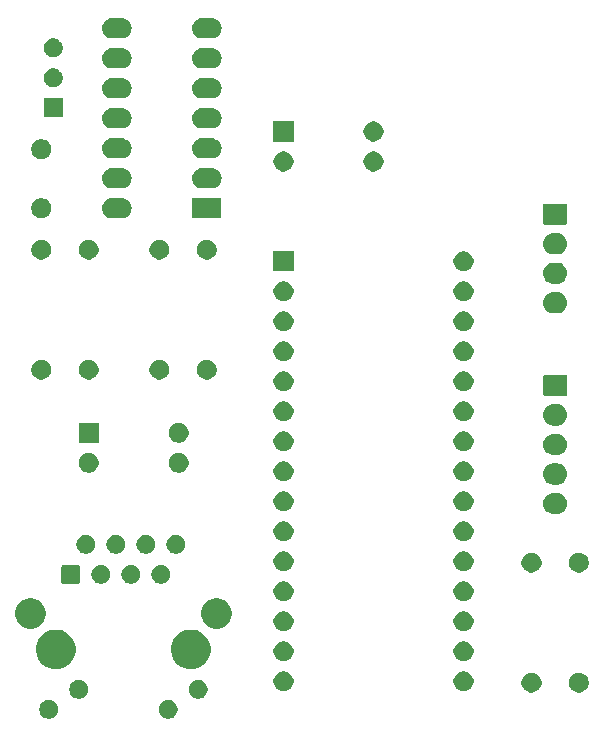
<source format=gbs>
G04 #@! TF.GenerationSoftware,KiCad,Pcbnew,(5.1.5)-2*
G04 #@! TF.CreationDate,2020-02-28T16:04:00+09:00*
G04 #@! TF.ProjectId,circuit_master_ver.2.0.0,63697263-7569-4745-9f6d-61737465725f,rev?*
G04 #@! TF.SameCoordinates,Original*
G04 #@! TF.FileFunction,Soldermask,Bot*
G04 #@! TF.FilePolarity,Negative*
%FSLAX46Y46*%
G04 Gerber Fmt 4.6, Leading zero omitted, Abs format (unit mm)*
G04 Created by KiCad (PCBNEW (5.1.5)-2) date 2020-02-28 16:04:00*
%MOMM*%
%LPD*%
G04 APERTURE LIST*
%ADD10C,0.100000*%
G04 APERTURE END LIST*
D10*
G36*
X49963642Y-171659781D02*
G01*
X50109414Y-171720162D01*
X50109416Y-171720163D01*
X50240608Y-171807822D01*
X50352178Y-171919392D01*
X50439837Y-172050584D01*
X50439838Y-172050586D01*
X50500219Y-172196358D01*
X50531000Y-172351107D01*
X50531000Y-172508893D01*
X50500219Y-172663642D01*
X50439838Y-172809414D01*
X50439837Y-172809416D01*
X50352178Y-172940608D01*
X50240608Y-173052178D01*
X50109416Y-173139837D01*
X50109415Y-173139838D01*
X50109414Y-173139838D01*
X49963642Y-173200219D01*
X49808893Y-173231000D01*
X49651107Y-173231000D01*
X49496358Y-173200219D01*
X49350586Y-173139838D01*
X49350585Y-173139838D01*
X49350584Y-173139837D01*
X49219392Y-173052178D01*
X49107822Y-172940608D01*
X49020163Y-172809416D01*
X49020162Y-172809414D01*
X48959781Y-172663642D01*
X48929000Y-172508893D01*
X48929000Y-172351107D01*
X48959781Y-172196358D01*
X49020162Y-172050586D01*
X49020163Y-172050584D01*
X49107822Y-171919392D01*
X49219392Y-171807822D01*
X49350584Y-171720163D01*
X49350586Y-171720162D01*
X49496358Y-171659781D01*
X49651107Y-171629000D01*
X49808893Y-171629000D01*
X49963642Y-171659781D01*
G37*
G36*
X39853642Y-171659781D02*
G01*
X39999414Y-171720162D01*
X39999416Y-171720163D01*
X40130608Y-171807822D01*
X40242178Y-171919392D01*
X40329837Y-172050584D01*
X40329838Y-172050586D01*
X40390219Y-172196358D01*
X40421000Y-172351107D01*
X40421000Y-172508893D01*
X40390219Y-172663642D01*
X40329838Y-172809414D01*
X40329837Y-172809416D01*
X40242178Y-172940608D01*
X40130608Y-173052178D01*
X39999416Y-173139837D01*
X39999415Y-173139838D01*
X39999414Y-173139838D01*
X39853642Y-173200219D01*
X39698893Y-173231000D01*
X39541107Y-173231000D01*
X39386358Y-173200219D01*
X39240586Y-173139838D01*
X39240585Y-173139838D01*
X39240584Y-173139837D01*
X39109392Y-173052178D01*
X38997822Y-172940608D01*
X38910163Y-172809416D01*
X38910162Y-172809414D01*
X38849781Y-172663642D01*
X38819000Y-172508893D01*
X38819000Y-172351107D01*
X38849781Y-172196358D01*
X38910162Y-172050586D01*
X38910163Y-172050584D01*
X38997822Y-171919392D01*
X39109392Y-171807822D01*
X39240584Y-171720163D01*
X39240586Y-171720162D01*
X39386358Y-171659781D01*
X39541107Y-171629000D01*
X39698893Y-171629000D01*
X39853642Y-171659781D01*
G37*
G36*
X42393642Y-169959781D02*
G01*
X42539414Y-170020162D01*
X42539416Y-170020163D01*
X42670608Y-170107822D01*
X42782178Y-170219392D01*
X42869837Y-170350584D01*
X42869838Y-170350586D01*
X42930219Y-170496358D01*
X42961000Y-170651107D01*
X42961000Y-170808893D01*
X42930219Y-170963642D01*
X42869838Y-171109414D01*
X42869837Y-171109416D01*
X42782178Y-171240608D01*
X42670608Y-171352178D01*
X42539416Y-171439837D01*
X42539415Y-171439838D01*
X42539414Y-171439838D01*
X42393642Y-171500219D01*
X42238893Y-171531000D01*
X42081107Y-171531000D01*
X41926358Y-171500219D01*
X41780586Y-171439838D01*
X41780585Y-171439838D01*
X41780584Y-171439837D01*
X41649392Y-171352178D01*
X41537822Y-171240608D01*
X41450163Y-171109416D01*
X41450162Y-171109414D01*
X41389781Y-170963642D01*
X41359000Y-170808893D01*
X41359000Y-170651107D01*
X41389781Y-170496358D01*
X41450162Y-170350586D01*
X41450163Y-170350584D01*
X41537822Y-170219392D01*
X41649392Y-170107822D01*
X41780584Y-170020163D01*
X41780586Y-170020162D01*
X41926358Y-169959781D01*
X42081107Y-169929000D01*
X42238893Y-169929000D01*
X42393642Y-169959781D01*
G37*
G36*
X52503642Y-169959781D02*
G01*
X52649414Y-170020162D01*
X52649416Y-170020163D01*
X52780608Y-170107822D01*
X52892178Y-170219392D01*
X52979837Y-170350584D01*
X52979838Y-170350586D01*
X53040219Y-170496358D01*
X53071000Y-170651107D01*
X53071000Y-170808893D01*
X53040219Y-170963642D01*
X52979838Y-171109414D01*
X52979837Y-171109416D01*
X52892178Y-171240608D01*
X52780608Y-171352178D01*
X52649416Y-171439837D01*
X52649415Y-171439838D01*
X52649414Y-171439838D01*
X52503642Y-171500219D01*
X52348893Y-171531000D01*
X52191107Y-171531000D01*
X52036358Y-171500219D01*
X51890586Y-171439838D01*
X51890585Y-171439838D01*
X51890584Y-171439837D01*
X51759392Y-171352178D01*
X51647822Y-171240608D01*
X51560163Y-171109416D01*
X51560162Y-171109414D01*
X51499781Y-170963642D01*
X51469000Y-170808893D01*
X51469000Y-170651107D01*
X51499781Y-170496358D01*
X51560162Y-170350586D01*
X51560163Y-170350584D01*
X51647822Y-170219392D01*
X51759392Y-170107822D01*
X51890584Y-170020163D01*
X51890586Y-170020162D01*
X52036358Y-169959781D01*
X52191107Y-169929000D01*
X52348893Y-169929000D01*
X52503642Y-169959781D01*
G37*
G36*
X80748228Y-169341703D02*
G01*
X80903100Y-169405853D01*
X81042481Y-169498985D01*
X81161015Y-169617519D01*
X81254147Y-169756900D01*
X81318297Y-169911772D01*
X81351000Y-170076184D01*
X81351000Y-170243816D01*
X81318297Y-170408228D01*
X81254147Y-170563100D01*
X81161015Y-170702481D01*
X81042481Y-170821015D01*
X80903100Y-170914147D01*
X80748228Y-170978297D01*
X80583816Y-171011000D01*
X80416184Y-171011000D01*
X80251772Y-170978297D01*
X80096900Y-170914147D01*
X79957519Y-170821015D01*
X79838985Y-170702481D01*
X79745853Y-170563100D01*
X79681703Y-170408228D01*
X79649000Y-170243816D01*
X79649000Y-170076184D01*
X79681703Y-169911772D01*
X79745853Y-169756900D01*
X79838985Y-169617519D01*
X79957519Y-169498985D01*
X80096900Y-169405853D01*
X80251772Y-169341703D01*
X80416184Y-169309000D01*
X80583816Y-169309000D01*
X80748228Y-169341703D01*
G37*
G36*
X84748228Y-169341703D02*
G01*
X84903100Y-169405853D01*
X85042481Y-169498985D01*
X85161015Y-169617519D01*
X85254147Y-169756900D01*
X85318297Y-169911772D01*
X85351000Y-170076184D01*
X85351000Y-170243816D01*
X85318297Y-170408228D01*
X85254147Y-170563100D01*
X85161015Y-170702481D01*
X85042481Y-170821015D01*
X84903100Y-170914147D01*
X84748228Y-170978297D01*
X84583816Y-171011000D01*
X84416184Y-171011000D01*
X84251772Y-170978297D01*
X84096900Y-170914147D01*
X83957519Y-170821015D01*
X83838985Y-170702481D01*
X83745853Y-170563100D01*
X83681703Y-170408228D01*
X83649000Y-170243816D01*
X83649000Y-170076184D01*
X83681703Y-169911772D01*
X83745853Y-169756900D01*
X83838985Y-169617519D01*
X83957519Y-169498985D01*
X84096900Y-169405853D01*
X84251772Y-169341703D01*
X84416184Y-169309000D01*
X84583816Y-169309000D01*
X84748228Y-169341703D01*
G37*
G36*
X59748228Y-169241703D02*
G01*
X59903100Y-169305853D01*
X60042481Y-169398985D01*
X60161015Y-169517519D01*
X60254147Y-169656900D01*
X60318297Y-169811772D01*
X60351000Y-169976184D01*
X60351000Y-170143816D01*
X60318297Y-170308228D01*
X60254147Y-170463100D01*
X60161015Y-170602481D01*
X60042481Y-170721015D01*
X59903100Y-170814147D01*
X59748228Y-170878297D01*
X59583816Y-170911000D01*
X59416184Y-170911000D01*
X59251772Y-170878297D01*
X59096900Y-170814147D01*
X58957519Y-170721015D01*
X58838985Y-170602481D01*
X58745853Y-170463100D01*
X58681703Y-170308228D01*
X58649000Y-170143816D01*
X58649000Y-169976184D01*
X58681703Y-169811772D01*
X58745853Y-169656900D01*
X58838985Y-169517519D01*
X58957519Y-169398985D01*
X59096900Y-169305853D01*
X59251772Y-169241703D01*
X59416184Y-169209000D01*
X59583816Y-169209000D01*
X59748228Y-169241703D01*
G37*
G36*
X74988228Y-169241703D02*
G01*
X75143100Y-169305853D01*
X75282481Y-169398985D01*
X75401015Y-169517519D01*
X75494147Y-169656900D01*
X75558297Y-169811772D01*
X75591000Y-169976184D01*
X75591000Y-170143816D01*
X75558297Y-170308228D01*
X75494147Y-170463100D01*
X75401015Y-170602481D01*
X75282481Y-170721015D01*
X75143100Y-170814147D01*
X74988228Y-170878297D01*
X74823816Y-170911000D01*
X74656184Y-170911000D01*
X74491772Y-170878297D01*
X74336900Y-170814147D01*
X74197519Y-170721015D01*
X74078985Y-170602481D01*
X73985853Y-170463100D01*
X73921703Y-170308228D01*
X73889000Y-170143816D01*
X73889000Y-169976184D01*
X73921703Y-169811772D01*
X73985853Y-169656900D01*
X74078985Y-169517519D01*
X74197519Y-169398985D01*
X74336900Y-169305853D01*
X74491772Y-169241703D01*
X74656184Y-169209000D01*
X74823816Y-169209000D01*
X74988228Y-169241703D01*
G37*
G36*
X40718871Y-165738408D02*
G01*
X41023883Y-165864748D01*
X41298387Y-166048166D01*
X41531834Y-166281613D01*
X41715252Y-166556117D01*
X41841592Y-166861129D01*
X41906000Y-167184928D01*
X41906000Y-167515072D01*
X41841592Y-167838871D01*
X41715252Y-168143883D01*
X41531834Y-168418387D01*
X41298387Y-168651834D01*
X41023883Y-168835252D01*
X40718871Y-168961592D01*
X40556971Y-168993796D01*
X40395073Y-169026000D01*
X40064927Y-169026000D01*
X39903029Y-168993796D01*
X39741129Y-168961592D01*
X39436117Y-168835252D01*
X39161613Y-168651834D01*
X38928166Y-168418387D01*
X38744748Y-168143883D01*
X38618408Y-167838871D01*
X38554000Y-167515072D01*
X38554000Y-167184928D01*
X38618408Y-166861129D01*
X38744748Y-166556117D01*
X38928166Y-166281613D01*
X39161613Y-166048166D01*
X39436117Y-165864748D01*
X39741129Y-165738408D01*
X40064927Y-165674000D01*
X40395073Y-165674000D01*
X40718871Y-165738408D01*
G37*
G36*
X52148871Y-165738408D02*
G01*
X52453883Y-165864748D01*
X52728387Y-166048166D01*
X52961834Y-166281613D01*
X53145252Y-166556117D01*
X53271592Y-166861129D01*
X53336000Y-167184928D01*
X53336000Y-167515072D01*
X53271592Y-167838871D01*
X53145252Y-168143883D01*
X52961834Y-168418387D01*
X52728387Y-168651834D01*
X52453883Y-168835252D01*
X52148871Y-168961592D01*
X51986971Y-168993796D01*
X51825073Y-169026000D01*
X51494927Y-169026000D01*
X51333029Y-168993796D01*
X51171129Y-168961592D01*
X50866117Y-168835252D01*
X50591613Y-168651834D01*
X50358166Y-168418387D01*
X50174748Y-168143883D01*
X50048408Y-167838871D01*
X49984000Y-167515072D01*
X49984000Y-167184928D01*
X50048408Y-166861129D01*
X50174748Y-166556117D01*
X50358166Y-166281613D01*
X50591613Y-166048166D01*
X50866117Y-165864748D01*
X51171129Y-165738408D01*
X51494927Y-165674000D01*
X51825073Y-165674000D01*
X52148871Y-165738408D01*
G37*
G36*
X59748228Y-166701703D02*
G01*
X59903100Y-166765853D01*
X60042481Y-166858985D01*
X60161015Y-166977519D01*
X60254147Y-167116900D01*
X60318297Y-167271772D01*
X60351000Y-167436184D01*
X60351000Y-167603816D01*
X60318297Y-167768228D01*
X60254147Y-167923100D01*
X60161015Y-168062481D01*
X60042481Y-168181015D01*
X59903100Y-168274147D01*
X59748228Y-168338297D01*
X59583816Y-168371000D01*
X59416184Y-168371000D01*
X59251772Y-168338297D01*
X59096900Y-168274147D01*
X58957519Y-168181015D01*
X58838985Y-168062481D01*
X58745853Y-167923100D01*
X58681703Y-167768228D01*
X58649000Y-167603816D01*
X58649000Y-167436184D01*
X58681703Y-167271772D01*
X58745853Y-167116900D01*
X58838985Y-166977519D01*
X58957519Y-166858985D01*
X59096900Y-166765853D01*
X59251772Y-166701703D01*
X59416184Y-166669000D01*
X59583816Y-166669000D01*
X59748228Y-166701703D01*
G37*
G36*
X74988228Y-166701703D02*
G01*
X75143100Y-166765853D01*
X75282481Y-166858985D01*
X75401015Y-166977519D01*
X75494147Y-167116900D01*
X75558297Y-167271772D01*
X75591000Y-167436184D01*
X75591000Y-167603816D01*
X75558297Y-167768228D01*
X75494147Y-167923100D01*
X75401015Y-168062481D01*
X75282481Y-168181015D01*
X75143100Y-168274147D01*
X74988228Y-168338297D01*
X74823816Y-168371000D01*
X74656184Y-168371000D01*
X74491772Y-168338297D01*
X74336900Y-168274147D01*
X74197519Y-168181015D01*
X74078985Y-168062481D01*
X73985853Y-167923100D01*
X73921703Y-167768228D01*
X73889000Y-167603816D01*
X73889000Y-167436184D01*
X73921703Y-167271772D01*
X73985853Y-167116900D01*
X74078985Y-166977519D01*
X74197519Y-166858985D01*
X74336900Y-166765853D01*
X74491772Y-166701703D01*
X74656184Y-166669000D01*
X74823816Y-166669000D01*
X74988228Y-166701703D01*
G37*
G36*
X59748228Y-164161703D02*
G01*
X59903100Y-164225853D01*
X60042481Y-164318985D01*
X60161015Y-164437519D01*
X60254147Y-164576900D01*
X60318297Y-164731772D01*
X60351000Y-164896184D01*
X60351000Y-165063816D01*
X60318297Y-165228228D01*
X60254147Y-165383100D01*
X60161015Y-165522481D01*
X60042481Y-165641015D01*
X59903100Y-165734147D01*
X59748228Y-165798297D01*
X59583816Y-165831000D01*
X59416184Y-165831000D01*
X59251772Y-165798297D01*
X59096900Y-165734147D01*
X58957519Y-165641015D01*
X58838985Y-165522481D01*
X58745853Y-165383100D01*
X58681703Y-165228228D01*
X58649000Y-165063816D01*
X58649000Y-164896184D01*
X58681703Y-164731772D01*
X58745853Y-164576900D01*
X58838985Y-164437519D01*
X58957519Y-164318985D01*
X59096900Y-164225853D01*
X59251772Y-164161703D01*
X59416184Y-164129000D01*
X59583816Y-164129000D01*
X59748228Y-164161703D01*
G37*
G36*
X74988228Y-164161703D02*
G01*
X75143100Y-164225853D01*
X75282481Y-164318985D01*
X75401015Y-164437519D01*
X75494147Y-164576900D01*
X75558297Y-164731772D01*
X75591000Y-164896184D01*
X75591000Y-165063816D01*
X75558297Y-165228228D01*
X75494147Y-165383100D01*
X75401015Y-165522481D01*
X75282481Y-165641015D01*
X75143100Y-165734147D01*
X74988228Y-165798297D01*
X74823816Y-165831000D01*
X74656184Y-165831000D01*
X74491772Y-165798297D01*
X74336900Y-165734147D01*
X74197519Y-165641015D01*
X74078985Y-165522481D01*
X73985853Y-165383100D01*
X73921703Y-165228228D01*
X73889000Y-165063816D01*
X73889000Y-164896184D01*
X73921703Y-164731772D01*
X73985853Y-164576900D01*
X74078985Y-164437519D01*
X74197519Y-164318985D01*
X74336900Y-164225853D01*
X74491772Y-164161703D01*
X74656184Y-164129000D01*
X74823816Y-164129000D01*
X74988228Y-164161703D01*
G37*
G36*
X38449487Y-163048996D02*
G01*
X38686253Y-163147068D01*
X38686255Y-163147069D01*
X38852717Y-163258295D01*
X38899339Y-163289447D01*
X39080553Y-163470661D01*
X39222932Y-163683747D01*
X39321004Y-163920513D01*
X39371000Y-164171861D01*
X39371000Y-164428139D01*
X39321004Y-164679487D01*
X39231245Y-164896184D01*
X39222931Y-164916255D01*
X39080553Y-165129339D01*
X38899339Y-165310553D01*
X38686255Y-165452931D01*
X38686254Y-165452932D01*
X38686253Y-165452932D01*
X38449487Y-165551004D01*
X38198139Y-165601000D01*
X37941861Y-165601000D01*
X37690513Y-165551004D01*
X37453747Y-165452932D01*
X37453746Y-165452932D01*
X37453745Y-165452931D01*
X37240661Y-165310553D01*
X37059447Y-165129339D01*
X36917069Y-164916255D01*
X36908755Y-164896184D01*
X36818996Y-164679487D01*
X36769000Y-164428139D01*
X36769000Y-164171861D01*
X36818996Y-163920513D01*
X36917068Y-163683747D01*
X37059447Y-163470661D01*
X37240661Y-163289447D01*
X37287283Y-163258295D01*
X37453745Y-163147069D01*
X37453747Y-163147068D01*
X37690513Y-163048996D01*
X37941861Y-162999000D01*
X38198139Y-162999000D01*
X38449487Y-163048996D01*
G37*
G36*
X54199487Y-163048996D02*
G01*
X54436253Y-163147068D01*
X54436255Y-163147069D01*
X54602717Y-163258295D01*
X54649339Y-163289447D01*
X54830553Y-163470661D01*
X54972932Y-163683747D01*
X55071004Y-163920513D01*
X55121000Y-164171861D01*
X55121000Y-164428139D01*
X55071004Y-164679487D01*
X54981245Y-164896184D01*
X54972931Y-164916255D01*
X54830553Y-165129339D01*
X54649339Y-165310553D01*
X54436255Y-165452931D01*
X54436254Y-165452932D01*
X54436253Y-165452932D01*
X54199487Y-165551004D01*
X53948139Y-165601000D01*
X53691861Y-165601000D01*
X53440513Y-165551004D01*
X53203747Y-165452932D01*
X53203746Y-165452932D01*
X53203745Y-165452931D01*
X52990661Y-165310553D01*
X52809447Y-165129339D01*
X52667069Y-164916255D01*
X52658755Y-164896184D01*
X52568996Y-164679487D01*
X52519000Y-164428139D01*
X52519000Y-164171861D01*
X52568996Y-163920513D01*
X52667068Y-163683747D01*
X52809447Y-163470661D01*
X52990661Y-163289447D01*
X53037283Y-163258295D01*
X53203745Y-163147069D01*
X53203747Y-163147068D01*
X53440513Y-163048996D01*
X53691861Y-162999000D01*
X53948139Y-162999000D01*
X54199487Y-163048996D01*
G37*
G36*
X59748228Y-161621703D02*
G01*
X59903100Y-161685853D01*
X60042481Y-161778985D01*
X60161015Y-161897519D01*
X60254147Y-162036900D01*
X60318297Y-162191772D01*
X60351000Y-162356184D01*
X60351000Y-162523816D01*
X60318297Y-162688228D01*
X60254147Y-162843100D01*
X60161015Y-162982481D01*
X60042481Y-163101015D01*
X59903100Y-163194147D01*
X59748228Y-163258297D01*
X59583816Y-163291000D01*
X59416184Y-163291000D01*
X59251772Y-163258297D01*
X59096900Y-163194147D01*
X58957519Y-163101015D01*
X58838985Y-162982481D01*
X58745853Y-162843100D01*
X58681703Y-162688228D01*
X58649000Y-162523816D01*
X58649000Y-162356184D01*
X58681703Y-162191772D01*
X58745853Y-162036900D01*
X58838985Y-161897519D01*
X58957519Y-161778985D01*
X59096900Y-161685853D01*
X59251772Y-161621703D01*
X59416184Y-161589000D01*
X59583816Y-161589000D01*
X59748228Y-161621703D01*
G37*
G36*
X74988228Y-161621703D02*
G01*
X75143100Y-161685853D01*
X75282481Y-161778985D01*
X75401015Y-161897519D01*
X75494147Y-162036900D01*
X75558297Y-162191772D01*
X75591000Y-162356184D01*
X75591000Y-162523816D01*
X75558297Y-162688228D01*
X75494147Y-162843100D01*
X75401015Y-162982481D01*
X75282481Y-163101015D01*
X75143100Y-163194147D01*
X74988228Y-163258297D01*
X74823816Y-163291000D01*
X74656184Y-163291000D01*
X74491772Y-163258297D01*
X74336900Y-163194147D01*
X74197519Y-163101015D01*
X74078985Y-162982481D01*
X73985853Y-162843100D01*
X73921703Y-162688228D01*
X73889000Y-162523816D01*
X73889000Y-162356184D01*
X73921703Y-162191772D01*
X73985853Y-162036900D01*
X74078985Y-161897519D01*
X74197519Y-161778985D01*
X74336900Y-161685853D01*
X74491772Y-161621703D01*
X74656184Y-161589000D01*
X74823816Y-161589000D01*
X74988228Y-161621703D01*
G37*
G36*
X49353642Y-160229781D02*
G01*
X49477872Y-160281239D01*
X49499416Y-160290163D01*
X49630608Y-160377822D01*
X49742178Y-160489392D01*
X49829837Y-160620584D01*
X49829838Y-160620586D01*
X49890219Y-160766358D01*
X49921000Y-160921107D01*
X49921000Y-161078893D01*
X49890219Y-161233642D01*
X49829838Y-161379414D01*
X49829837Y-161379416D01*
X49742178Y-161510608D01*
X49630608Y-161622178D01*
X49499416Y-161709837D01*
X49499415Y-161709838D01*
X49499414Y-161709838D01*
X49353642Y-161770219D01*
X49198893Y-161801000D01*
X49041107Y-161801000D01*
X48886358Y-161770219D01*
X48740586Y-161709838D01*
X48740585Y-161709838D01*
X48740584Y-161709837D01*
X48609392Y-161622178D01*
X48497822Y-161510608D01*
X48410163Y-161379416D01*
X48410162Y-161379414D01*
X48349781Y-161233642D01*
X48319000Y-161078893D01*
X48319000Y-160921107D01*
X48349781Y-160766358D01*
X48410162Y-160620586D01*
X48410163Y-160620584D01*
X48497822Y-160489392D01*
X48609392Y-160377822D01*
X48740584Y-160290163D01*
X48762128Y-160281239D01*
X48886358Y-160229781D01*
X49041107Y-160199000D01*
X49198893Y-160199000D01*
X49353642Y-160229781D01*
G37*
G36*
X46813642Y-160229781D02*
G01*
X46937872Y-160281239D01*
X46959416Y-160290163D01*
X47090608Y-160377822D01*
X47202178Y-160489392D01*
X47289837Y-160620584D01*
X47289838Y-160620586D01*
X47350219Y-160766358D01*
X47381000Y-160921107D01*
X47381000Y-161078893D01*
X47350219Y-161233642D01*
X47289838Y-161379414D01*
X47289837Y-161379416D01*
X47202178Y-161510608D01*
X47090608Y-161622178D01*
X46959416Y-161709837D01*
X46959415Y-161709838D01*
X46959414Y-161709838D01*
X46813642Y-161770219D01*
X46658893Y-161801000D01*
X46501107Y-161801000D01*
X46346358Y-161770219D01*
X46200586Y-161709838D01*
X46200585Y-161709838D01*
X46200584Y-161709837D01*
X46069392Y-161622178D01*
X45957822Y-161510608D01*
X45870163Y-161379416D01*
X45870162Y-161379414D01*
X45809781Y-161233642D01*
X45779000Y-161078893D01*
X45779000Y-160921107D01*
X45809781Y-160766358D01*
X45870162Y-160620586D01*
X45870163Y-160620584D01*
X45957822Y-160489392D01*
X46069392Y-160377822D01*
X46200584Y-160290163D01*
X46222128Y-160281239D01*
X46346358Y-160229781D01*
X46501107Y-160199000D01*
X46658893Y-160199000D01*
X46813642Y-160229781D01*
G37*
G36*
X44273642Y-160229781D02*
G01*
X44397872Y-160281239D01*
X44419416Y-160290163D01*
X44550608Y-160377822D01*
X44662178Y-160489392D01*
X44749837Y-160620584D01*
X44749838Y-160620586D01*
X44810219Y-160766358D01*
X44841000Y-160921107D01*
X44841000Y-161078893D01*
X44810219Y-161233642D01*
X44749838Y-161379414D01*
X44749837Y-161379416D01*
X44662178Y-161510608D01*
X44550608Y-161622178D01*
X44419416Y-161709837D01*
X44419415Y-161709838D01*
X44419414Y-161709838D01*
X44273642Y-161770219D01*
X44118893Y-161801000D01*
X43961107Y-161801000D01*
X43806358Y-161770219D01*
X43660586Y-161709838D01*
X43660585Y-161709838D01*
X43660584Y-161709837D01*
X43529392Y-161622178D01*
X43417822Y-161510608D01*
X43330163Y-161379416D01*
X43330162Y-161379414D01*
X43269781Y-161233642D01*
X43239000Y-161078893D01*
X43239000Y-160921107D01*
X43269781Y-160766358D01*
X43330162Y-160620586D01*
X43330163Y-160620584D01*
X43417822Y-160489392D01*
X43529392Y-160377822D01*
X43660584Y-160290163D01*
X43682128Y-160281239D01*
X43806358Y-160229781D01*
X43961107Y-160199000D01*
X44118893Y-160199000D01*
X44273642Y-160229781D01*
G37*
G36*
X42152546Y-160203134D02*
G01*
X42187010Y-160213589D01*
X42218761Y-160230560D01*
X42246597Y-160253403D01*
X42269440Y-160281239D01*
X42286411Y-160312990D01*
X42296866Y-160347454D01*
X42301000Y-160389425D01*
X42301000Y-161610575D01*
X42296866Y-161652546D01*
X42286411Y-161687010D01*
X42269440Y-161718761D01*
X42246597Y-161746597D01*
X42218761Y-161769440D01*
X42187010Y-161786411D01*
X42152546Y-161796866D01*
X42110575Y-161801000D01*
X40889425Y-161801000D01*
X40847454Y-161796866D01*
X40812990Y-161786411D01*
X40781239Y-161769440D01*
X40753403Y-161746597D01*
X40730560Y-161718761D01*
X40713589Y-161687010D01*
X40703134Y-161652546D01*
X40699000Y-161610575D01*
X40699000Y-160389425D01*
X40703134Y-160347454D01*
X40713589Y-160312990D01*
X40730560Y-160281239D01*
X40753403Y-160253403D01*
X40781239Y-160230560D01*
X40812990Y-160213589D01*
X40847454Y-160203134D01*
X40889425Y-160199000D01*
X42110575Y-160199000D01*
X42152546Y-160203134D01*
G37*
G36*
X84748228Y-159181703D02*
G01*
X84903100Y-159245853D01*
X85042481Y-159338985D01*
X85161015Y-159457519D01*
X85254147Y-159596900D01*
X85318297Y-159751772D01*
X85351000Y-159916184D01*
X85351000Y-160083816D01*
X85318297Y-160248228D01*
X85254147Y-160403100D01*
X85161015Y-160542481D01*
X85042481Y-160661015D01*
X84903100Y-160754147D01*
X84748228Y-160818297D01*
X84583816Y-160851000D01*
X84416184Y-160851000D01*
X84251772Y-160818297D01*
X84096900Y-160754147D01*
X83957519Y-160661015D01*
X83838985Y-160542481D01*
X83745853Y-160403100D01*
X83681703Y-160248228D01*
X83649000Y-160083816D01*
X83649000Y-159916184D01*
X83681703Y-159751772D01*
X83745853Y-159596900D01*
X83838985Y-159457519D01*
X83957519Y-159338985D01*
X84096900Y-159245853D01*
X84251772Y-159181703D01*
X84416184Y-159149000D01*
X84583816Y-159149000D01*
X84748228Y-159181703D01*
G37*
G36*
X80748228Y-159181703D02*
G01*
X80903100Y-159245853D01*
X81042481Y-159338985D01*
X81161015Y-159457519D01*
X81254147Y-159596900D01*
X81318297Y-159751772D01*
X81351000Y-159916184D01*
X81351000Y-160083816D01*
X81318297Y-160248228D01*
X81254147Y-160403100D01*
X81161015Y-160542481D01*
X81042481Y-160661015D01*
X80903100Y-160754147D01*
X80748228Y-160818297D01*
X80583816Y-160851000D01*
X80416184Y-160851000D01*
X80251772Y-160818297D01*
X80096900Y-160754147D01*
X79957519Y-160661015D01*
X79838985Y-160542481D01*
X79745853Y-160403100D01*
X79681703Y-160248228D01*
X79649000Y-160083816D01*
X79649000Y-159916184D01*
X79681703Y-159751772D01*
X79745853Y-159596900D01*
X79838985Y-159457519D01*
X79957519Y-159338985D01*
X80096900Y-159245853D01*
X80251772Y-159181703D01*
X80416184Y-159149000D01*
X80583816Y-159149000D01*
X80748228Y-159181703D01*
G37*
G36*
X74988228Y-159081703D02*
G01*
X75143100Y-159145853D01*
X75282481Y-159238985D01*
X75401015Y-159357519D01*
X75494147Y-159496900D01*
X75558297Y-159651772D01*
X75591000Y-159816184D01*
X75591000Y-159983816D01*
X75558297Y-160148228D01*
X75494147Y-160303100D01*
X75401015Y-160442481D01*
X75282481Y-160561015D01*
X75143100Y-160654147D01*
X74988228Y-160718297D01*
X74823816Y-160751000D01*
X74656184Y-160751000D01*
X74491772Y-160718297D01*
X74336900Y-160654147D01*
X74197519Y-160561015D01*
X74078985Y-160442481D01*
X73985853Y-160303100D01*
X73921703Y-160148228D01*
X73889000Y-159983816D01*
X73889000Y-159816184D01*
X73921703Y-159651772D01*
X73985853Y-159496900D01*
X74078985Y-159357519D01*
X74197519Y-159238985D01*
X74336900Y-159145853D01*
X74491772Y-159081703D01*
X74656184Y-159049000D01*
X74823816Y-159049000D01*
X74988228Y-159081703D01*
G37*
G36*
X59748228Y-159081703D02*
G01*
X59903100Y-159145853D01*
X60042481Y-159238985D01*
X60161015Y-159357519D01*
X60254147Y-159496900D01*
X60318297Y-159651772D01*
X60351000Y-159816184D01*
X60351000Y-159983816D01*
X60318297Y-160148228D01*
X60254147Y-160303100D01*
X60161015Y-160442481D01*
X60042481Y-160561015D01*
X59903100Y-160654147D01*
X59748228Y-160718297D01*
X59583816Y-160751000D01*
X59416184Y-160751000D01*
X59251772Y-160718297D01*
X59096900Y-160654147D01*
X58957519Y-160561015D01*
X58838985Y-160442481D01*
X58745853Y-160303100D01*
X58681703Y-160148228D01*
X58649000Y-159983816D01*
X58649000Y-159816184D01*
X58681703Y-159651772D01*
X58745853Y-159496900D01*
X58838985Y-159357519D01*
X58957519Y-159238985D01*
X59096900Y-159145853D01*
X59251772Y-159081703D01*
X59416184Y-159049000D01*
X59583816Y-159049000D01*
X59748228Y-159081703D01*
G37*
G36*
X48083642Y-157689781D02*
G01*
X48229414Y-157750162D01*
X48229416Y-157750163D01*
X48360608Y-157837822D01*
X48472178Y-157949392D01*
X48559837Y-158080584D01*
X48559838Y-158080586D01*
X48620219Y-158226358D01*
X48651000Y-158381107D01*
X48651000Y-158538893D01*
X48620219Y-158693642D01*
X48559838Y-158839414D01*
X48559837Y-158839416D01*
X48472178Y-158970608D01*
X48360608Y-159082178D01*
X48229416Y-159169837D01*
X48229415Y-159169838D01*
X48229414Y-159169838D01*
X48083642Y-159230219D01*
X47928893Y-159261000D01*
X47771107Y-159261000D01*
X47616358Y-159230219D01*
X47470586Y-159169838D01*
X47470585Y-159169838D01*
X47470584Y-159169837D01*
X47339392Y-159082178D01*
X47227822Y-158970608D01*
X47140163Y-158839416D01*
X47140162Y-158839414D01*
X47079781Y-158693642D01*
X47049000Y-158538893D01*
X47049000Y-158381107D01*
X47079781Y-158226358D01*
X47140162Y-158080586D01*
X47140163Y-158080584D01*
X47227822Y-157949392D01*
X47339392Y-157837822D01*
X47470584Y-157750163D01*
X47470586Y-157750162D01*
X47616358Y-157689781D01*
X47771107Y-157659000D01*
X47928893Y-157659000D01*
X48083642Y-157689781D01*
G37*
G36*
X50623642Y-157689781D02*
G01*
X50769414Y-157750162D01*
X50769416Y-157750163D01*
X50900608Y-157837822D01*
X51012178Y-157949392D01*
X51099837Y-158080584D01*
X51099838Y-158080586D01*
X51160219Y-158226358D01*
X51191000Y-158381107D01*
X51191000Y-158538893D01*
X51160219Y-158693642D01*
X51099838Y-158839414D01*
X51099837Y-158839416D01*
X51012178Y-158970608D01*
X50900608Y-159082178D01*
X50769416Y-159169837D01*
X50769415Y-159169838D01*
X50769414Y-159169838D01*
X50623642Y-159230219D01*
X50468893Y-159261000D01*
X50311107Y-159261000D01*
X50156358Y-159230219D01*
X50010586Y-159169838D01*
X50010585Y-159169838D01*
X50010584Y-159169837D01*
X49879392Y-159082178D01*
X49767822Y-158970608D01*
X49680163Y-158839416D01*
X49680162Y-158839414D01*
X49619781Y-158693642D01*
X49589000Y-158538893D01*
X49589000Y-158381107D01*
X49619781Y-158226358D01*
X49680162Y-158080586D01*
X49680163Y-158080584D01*
X49767822Y-157949392D01*
X49879392Y-157837822D01*
X50010584Y-157750163D01*
X50010586Y-157750162D01*
X50156358Y-157689781D01*
X50311107Y-157659000D01*
X50468893Y-157659000D01*
X50623642Y-157689781D01*
G37*
G36*
X45543642Y-157689781D02*
G01*
X45689414Y-157750162D01*
X45689416Y-157750163D01*
X45820608Y-157837822D01*
X45932178Y-157949392D01*
X46019837Y-158080584D01*
X46019838Y-158080586D01*
X46080219Y-158226358D01*
X46111000Y-158381107D01*
X46111000Y-158538893D01*
X46080219Y-158693642D01*
X46019838Y-158839414D01*
X46019837Y-158839416D01*
X45932178Y-158970608D01*
X45820608Y-159082178D01*
X45689416Y-159169837D01*
X45689415Y-159169838D01*
X45689414Y-159169838D01*
X45543642Y-159230219D01*
X45388893Y-159261000D01*
X45231107Y-159261000D01*
X45076358Y-159230219D01*
X44930586Y-159169838D01*
X44930585Y-159169838D01*
X44930584Y-159169837D01*
X44799392Y-159082178D01*
X44687822Y-158970608D01*
X44600163Y-158839416D01*
X44600162Y-158839414D01*
X44539781Y-158693642D01*
X44509000Y-158538893D01*
X44509000Y-158381107D01*
X44539781Y-158226358D01*
X44600162Y-158080586D01*
X44600163Y-158080584D01*
X44687822Y-157949392D01*
X44799392Y-157837822D01*
X44930584Y-157750163D01*
X44930586Y-157750162D01*
X45076358Y-157689781D01*
X45231107Y-157659000D01*
X45388893Y-157659000D01*
X45543642Y-157689781D01*
G37*
G36*
X43003642Y-157689781D02*
G01*
X43149414Y-157750162D01*
X43149416Y-157750163D01*
X43280608Y-157837822D01*
X43392178Y-157949392D01*
X43479837Y-158080584D01*
X43479838Y-158080586D01*
X43540219Y-158226358D01*
X43571000Y-158381107D01*
X43571000Y-158538893D01*
X43540219Y-158693642D01*
X43479838Y-158839414D01*
X43479837Y-158839416D01*
X43392178Y-158970608D01*
X43280608Y-159082178D01*
X43149416Y-159169837D01*
X43149415Y-159169838D01*
X43149414Y-159169838D01*
X43003642Y-159230219D01*
X42848893Y-159261000D01*
X42691107Y-159261000D01*
X42536358Y-159230219D01*
X42390586Y-159169838D01*
X42390585Y-159169838D01*
X42390584Y-159169837D01*
X42259392Y-159082178D01*
X42147822Y-158970608D01*
X42060163Y-158839416D01*
X42060162Y-158839414D01*
X41999781Y-158693642D01*
X41969000Y-158538893D01*
X41969000Y-158381107D01*
X41999781Y-158226358D01*
X42060162Y-158080586D01*
X42060163Y-158080584D01*
X42147822Y-157949392D01*
X42259392Y-157837822D01*
X42390584Y-157750163D01*
X42390586Y-157750162D01*
X42536358Y-157689781D01*
X42691107Y-157659000D01*
X42848893Y-157659000D01*
X43003642Y-157689781D01*
G37*
G36*
X74988228Y-156541703D02*
G01*
X75143100Y-156605853D01*
X75282481Y-156698985D01*
X75401015Y-156817519D01*
X75494147Y-156956900D01*
X75558297Y-157111772D01*
X75591000Y-157276184D01*
X75591000Y-157443816D01*
X75558297Y-157608228D01*
X75494147Y-157763100D01*
X75401015Y-157902481D01*
X75282481Y-158021015D01*
X75143100Y-158114147D01*
X74988228Y-158178297D01*
X74823816Y-158211000D01*
X74656184Y-158211000D01*
X74491772Y-158178297D01*
X74336900Y-158114147D01*
X74197519Y-158021015D01*
X74078985Y-157902481D01*
X73985853Y-157763100D01*
X73921703Y-157608228D01*
X73889000Y-157443816D01*
X73889000Y-157276184D01*
X73921703Y-157111772D01*
X73985853Y-156956900D01*
X74078985Y-156817519D01*
X74197519Y-156698985D01*
X74336900Y-156605853D01*
X74491772Y-156541703D01*
X74656184Y-156509000D01*
X74823816Y-156509000D01*
X74988228Y-156541703D01*
G37*
G36*
X59748228Y-156541703D02*
G01*
X59903100Y-156605853D01*
X60042481Y-156698985D01*
X60161015Y-156817519D01*
X60254147Y-156956900D01*
X60318297Y-157111772D01*
X60351000Y-157276184D01*
X60351000Y-157443816D01*
X60318297Y-157608228D01*
X60254147Y-157763100D01*
X60161015Y-157902481D01*
X60042481Y-158021015D01*
X59903100Y-158114147D01*
X59748228Y-158178297D01*
X59583816Y-158211000D01*
X59416184Y-158211000D01*
X59251772Y-158178297D01*
X59096900Y-158114147D01*
X58957519Y-158021015D01*
X58838985Y-157902481D01*
X58745853Y-157763100D01*
X58681703Y-157608228D01*
X58649000Y-157443816D01*
X58649000Y-157276184D01*
X58681703Y-157111772D01*
X58745853Y-156956900D01*
X58838985Y-156817519D01*
X58957519Y-156698985D01*
X59096900Y-156605853D01*
X59251772Y-156541703D01*
X59416184Y-156509000D01*
X59583816Y-156509000D01*
X59748228Y-156541703D01*
G37*
G36*
X82735442Y-154105518D02*
G01*
X82801627Y-154112037D01*
X82971466Y-154163557D01*
X83127991Y-154247222D01*
X83163729Y-154276552D01*
X83265186Y-154359814D01*
X83348448Y-154461271D01*
X83377778Y-154497009D01*
X83461443Y-154653534D01*
X83512963Y-154823373D01*
X83530359Y-155000000D01*
X83512963Y-155176627D01*
X83461443Y-155346466D01*
X83377778Y-155502991D01*
X83348448Y-155538729D01*
X83265186Y-155640186D01*
X83163729Y-155723448D01*
X83127991Y-155752778D01*
X82971466Y-155836443D01*
X82801627Y-155887963D01*
X82735442Y-155894482D01*
X82669260Y-155901000D01*
X82330740Y-155901000D01*
X82264558Y-155894482D01*
X82198373Y-155887963D01*
X82028534Y-155836443D01*
X81872009Y-155752778D01*
X81836271Y-155723448D01*
X81734814Y-155640186D01*
X81651552Y-155538729D01*
X81622222Y-155502991D01*
X81538557Y-155346466D01*
X81487037Y-155176627D01*
X81469641Y-155000000D01*
X81487037Y-154823373D01*
X81538557Y-154653534D01*
X81622222Y-154497009D01*
X81651552Y-154461271D01*
X81734814Y-154359814D01*
X81836271Y-154276552D01*
X81872009Y-154247222D01*
X82028534Y-154163557D01*
X82198373Y-154112037D01*
X82264558Y-154105518D01*
X82330740Y-154099000D01*
X82669260Y-154099000D01*
X82735442Y-154105518D01*
G37*
G36*
X74988228Y-154001703D02*
G01*
X75143100Y-154065853D01*
X75282481Y-154158985D01*
X75401015Y-154277519D01*
X75494147Y-154416900D01*
X75558297Y-154571772D01*
X75591000Y-154736184D01*
X75591000Y-154903816D01*
X75558297Y-155068228D01*
X75494147Y-155223100D01*
X75401015Y-155362481D01*
X75282481Y-155481015D01*
X75143100Y-155574147D01*
X74988228Y-155638297D01*
X74823816Y-155671000D01*
X74656184Y-155671000D01*
X74491772Y-155638297D01*
X74336900Y-155574147D01*
X74197519Y-155481015D01*
X74078985Y-155362481D01*
X73985853Y-155223100D01*
X73921703Y-155068228D01*
X73889000Y-154903816D01*
X73889000Y-154736184D01*
X73921703Y-154571772D01*
X73985853Y-154416900D01*
X74078985Y-154277519D01*
X74197519Y-154158985D01*
X74336900Y-154065853D01*
X74491772Y-154001703D01*
X74656184Y-153969000D01*
X74823816Y-153969000D01*
X74988228Y-154001703D01*
G37*
G36*
X59748228Y-154001703D02*
G01*
X59903100Y-154065853D01*
X60042481Y-154158985D01*
X60161015Y-154277519D01*
X60254147Y-154416900D01*
X60318297Y-154571772D01*
X60351000Y-154736184D01*
X60351000Y-154903816D01*
X60318297Y-155068228D01*
X60254147Y-155223100D01*
X60161015Y-155362481D01*
X60042481Y-155481015D01*
X59903100Y-155574147D01*
X59748228Y-155638297D01*
X59583816Y-155671000D01*
X59416184Y-155671000D01*
X59251772Y-155638297D01*
X59096900Y-155574147D01*
X58957519Y-155481015D01*
X58838985Y-155362481D01*
X58745853Y-155223100D01*
X58681703Y-155068228D01*
X58649000Y-154903816D01*
X58649000Y-154736184D01*
X58681703Y-154571772D01*
X58745853Y-154416900D01*
X58838985Y-154277519D01*
X58957519Y-154158985D01*
X59096900Y-154065853D01*
X59251772Y-154001703D01*
X59416184Y-153969000D01*
X59583816Y-153969000D01*
X59748228Y-154001703D01*
G37*
G36*
X82735443Y-151605519D02*
G01*
X82801627Y-151612037D01*
X82971466Y-151663557D01*
X83127991Y-151747222D01*
X83163729Y-151776552D01*
X83265186Y-151859814D01*
X83333536Y-151943100D01*
X83377778Y-151997009D01*
X83461443Y-152153534D01*
X83512963Y-152323373D01*
X83530359Y-152500000D01*
X83512963Y-152676627D01*
X83461443Y-152846466D01*
X83377778Y-153002991D01*
X83352209Y-153034147D01*
X83265186Y-153140186D01*
X83163729Y-153223448D01*
X83127991Y-153252778D01*
X82971466Y-153336443D01*
X82801627Y-153387963D01*
X82735443Y-153394481D01*
X82669260Y-153401000D01*
X82330740Y-153401000D01*
X82264557Y-153394481D01*
X82198373Y-153387963D01*
X82028534Y-153336443D01*
X81872009Y-153252778D01*
X81836271Y-153223448D01*
X81734814Y-153140186D01*
X81647791Y-153034147D01*
X81622222Y-153002991D01*
X81538557Y-152846466D01*
X81487037Y-152676627D01*
X81469641Y-152500000D01*
X81487037Y-152323373D01*
X81538557Y-152153534D01*
X81622222Y-151997009D01*
X81666464Y-151943100D01*
X81734814Y-151859814D01*
X81836271Y-151776552D01*
X81872009Y-151747222D01*
X82028534Y-151663557D01*
X82198373Y-151612037D01*
X82264557Y-151605519D01*
X82330740Y-151599000D01*
X82669260Y-151599000D01*
X82735443Y-151605519D01*
G37*
G36*
X74988228Y-151461703D02*
G01*
X75143100Y-151525853D01*
X75282481Y-151618985D01*
X75401015Y-151737519D01*
X75494147Y-151876900D01*
X75558297Y-152031772D01*
X75591000Y-152196184D01*
X75591000Y-152363816D01*
X75558297Y-152528228D01*
X75494147Y-152683100D01*
X75401015Y-152822481D01*
X75282481Y-152941015D01*
X75143100Y-153034147D01*
X74988228Y-153098297D01*
X74823816Y-153131000D01*
X74656184Y-153131000D01*
X74491772Y-153098297D01*
X74336900Y-153034147D01*
X74197519Y-152941015D01*
X74078985Y-152822481D01*
X73985853Y-152683100D01*
X73921703Y-152528228D01*
X73889000Y-152363816D01*
X73889000Y-152196184D01*
X73921703Y-152031772D01*
X73985853Y-151876900D01*
X74078985Y-151737519D01*
X74197519Y-151618985D01*
X74336900Y-151525853D01*
X74491772Y-151461703D01*
X74656184Y-151429000D01*
X74823816Y-151429000D01*
X74988228Y-151461703D01*
G37*
G36*
X59748228Y-151461703D02*
G01*
X59903100Y-151525853D01*
X60042481Y-151618985D01*
X60161015Y-151737519D01*
X60254147Y-151876900D01*
X60318297Y-152031772D01*
X60351000Y-152196184D01*
X60351000Y-152363816D01*
X60318297Y-152528228D01*
X60254147Y-152683100D01*
X60161015Y-152822481D01*
X60042481Y-152941015D01*
X59903100Y-153034147D01*
X59748228Y-153098297D01*
X59583816Y-153131000D01*
X59416184Y-153131000D01*
X59251772Y-153098297D01*
X59096900Y-153034147D01*
X58957519Y-152941015D01*
X58838985Y-152822481D01*
X58745853Y-152683100D01*
X58681703Y-152528228D01*
X58649000Y-152363816D01*
X58649000Y-152196184D01*
X58681703Y-152031772D01*
X58745853Y-151876900D01*
X58838985Y-151737519D01*
X58957519Y-151618985D01*
X59096900Y-151525853D01*
X59251772Y-151461703D01*
X59416184Y-151429000D01*
X59583816Y-151429000D01*
X59748228Y-151461703D01*
G37*
G36*
X43248228Y-150721703D02*
G01*
X43403100Y-150785853D01*
X43542481Y-150878985D01*
X43661015Y-150997519D01*
X43754147Y-151136900D01*
X43818297Y-151291772D01*
X43851000Y-151456184D01*
X43851000Y-151623816D01*
X43818297Y-151788228D01*
X43754147Y-151943100D01*
X43661015Y-152082481D01*
X43542481Y-152201015D01*
X43403100Y-152294147D01*
X43248228Y-152358297D01*
X43083816Y-152391000D01*
X42916184Y-152391000D01*
X42751772Y-152358297D01*
X42596900Y-152294147D01*
X42457519Y-152201015D01*
X42338985Y-152082481D01*
X42245853Y-151943100D01*
X42181703Y-151788228D01*
X42149000Y-151623816D01*
X42149000Y-151456184D01*
X42181703Y-151291772D01*
X42245853Y-151136900D01*
X42338985Y-150997519D01*
X42457519Y-150878985D01*
X42596900Y-150785853D01*
X42751772Y-150721703D01*
X42916184Y-150689000D01*
X43083816Y-150689000D01*
X43248228Y-150721703D01*
G37*
G36*
X50868228Y-150721703D02*
G01*
X51023100Y-150785853D01*
X51162481Y-150878985D01*
X51281015Y-150997519D01*
X51374147Y-151136900D01*
X51438297Y-151291772D01*
X51471000Y-151456184D01*
X51471000Y-151623816D01*
X51438297Y-151788228D01*
X51374147Y-151943100D01*
X51281015Y-152082481D01*
X51162481Y-152201015D01*
X51023100Y-152294147D01*
X50868228Y-152358297D01*
X50703816Y-152391000D01*
X50536184Y-152391000D01*
X50371772Y-152358297D01*
X50216900Y-152294147D01*
X50077519Y-152201015D01*
X49958985Y-152082481D01*
X49865853Y-151943100D01*
X49801703Y-151788228D01*
X49769000Y-151623816D01*
X49769000Y-151456184D01*
X49801703Y-151291772D01*
X49865853Y-151136900D01*
X49958985Y-150997519D01*
X50077519Y-150878985D01*
X50216900Y-150785853D01*
X50371772Y-150721703D01*
X50536184Y-150689000D01*
X50703816Y-150689000D01*
X50868228Y-150721703D01*
G37*
G36*
X82735442Y-149105518D02*
G01*
X82801627Y-149112037D01*
X82971466Y-149163557D01*
X83127991Y-149247222D01*
X83163729Y-149276552D01*
X83265186Y-149359814D01*
X83348448Y-149461271D01*
X83377778Y-149497009D01*
X83461443Y-149653534D01*
X83512963Y-149823373D01*
X83530359Y-150000000D01*
X83512963Y-150176627D01*
X83461443Y-150346466D01*
X83377778Y-150502991D01*
X83348448Y-150538729D01*
X83265186Y-150640186D01*
X83165856Y-150721703D01*
X83127991Y-150752778D01*
X82971466Y-150836443D01*
X82801627Y-150887963D01*
X82735442Y-150894482D01*
X82669260Y-150901000D01*
X82330740Y-150901000D01*
X82264558Y-150894482D01*
X82198373Y-150887963D01*
X82028534Y-150836443D01*
X81872009Y-150752778D01*
X81834144Y-150721703D01*
X81734814Y-150640186D01*
X81651552Y-150538729D01*
X81622222Y-150502991D01*
X81538557Y-150346466D01*
X81487037Y-150176627D01*
X81469641Y-150000000D01*
X81487037Y-149823373D01*
X81538557Y-149653534D01*
X81622222Y-149497009D01*
X81651552Y-149461271D01*
X81734814Y-149359814D01*
X81836271Y-149276552D01*
X81872009Y-149247222D01*
X82028534Y-149163557D01*
X82198373Y-149112037D01*
X82264558Y-149105518D01*
X82330740Y-149099000D01*
X82669260Y-149099000D01*
X82735442Y-149105518D01*
G37*
G36*
X74988228Y-148921703D02*
G01*
X75143100Y-148985853D01*
X75282481Y-149078985D01*
X75401015Y-149197519D01*
X75494147Y-149336900D01*
X75558297Y-149491772D01*
X75591000Y-149656184D01*
X75591000Y-149823816D01*
X75558297Y-149988228D01*
X75494147Y-150143100D01*
X75401015Y-150282481D01*
X75282481Y-150401015D01*
X75143100Y-150494147D01*
X74988228Y-150558297D01*
X74823816Y-150591000D01*
X74656184Y-150591000D01*
X74491772Y-150558297D01*
X74336900Y-150494147D01*
X74197519Y-150401015D01*
X74078985Y-150282481D01*
X73985853Y-150143100D01*
X73921703Y-149988228D01*
X73889000Y-149823816D01*
X73889000Y-149656184D01*
X73921703Y-149491772D01*
X73985853Y-149336900D01*
X74078985Y-149197519D01*
X74197519Y-149078985D01*
X74336900Y-148985853D01*
X74491772Y-148921703D01*
X74656184Y-148889000D01*
X74823816Y-148889000D01*
X74988228Y-148921703D01*
G37*
G36*
X59748228Y-148921703D02*
G01*
X59903100Y-148985853D01*
X60042481Y-149078985D01*
X60161015Y-149197519D01*
X60254147Y-149336900D01*
X60318297Y-149491772D01*
X60351000Y-149656184D01*
X60351000Y-149823816D01*
X60318297Y-149988228D01*
X60254147Y-150143100D01*
X60161015Y-150282481D01*
X60042481Y-150401015D01*
X59903100Y-150494147D01*
X59748228Y-150558297D01*
X59583816Y-150591000D01*
X59416184Y-150591000D01*
X59251772Y-150558297D01*
X59096900Y-150494147D01*
X58957519Y-150401015D01*
X58838985Y-150282481D01*
X58745853Y-150143100D01*
X58681703Y-149988228D01*
X58649000Y-149823816D01*
X58649000Y-149656184D01*
X58681703Y-149491772D01*
X58745853Y-149336900D01*
X58838985Y-149197519D01*
X58957519Y-149078985D01*
X59096900Y-148985853D01*
X59251772Y-148921703D01*
X59416184Y-148889000D01*
X59583816Y-148889000D01*
X59748228Y-148921703D01*
G37*
G36*
X43851000Y-149851000D02*
G01*
X42149000Y-149851000D01*
X42149000Y-148149000D01*
X43851000Y-148149000D01*
X43851000Y-149851000D01*
G37*
G36*
X50868228Y-148181703D02*
G01*
X51023100Y-148245853D01*
X51162481Y-148338985D01*
X51281015Y-148457519D01*
X51374147Y-148596900D01*
X51438297Y-148751772D01*
X51471000Y-148916184D01*
X51471000Y-149083816D01*
X51438297Y-149248228D01*
X51374147Y-149403100D01*
X51281015Y-149542481D01*
X51162481Y-149661015D01*
X51023100Y-149754147D01*
X50868228Y-149818297D01*
X50703816Y-149851000D01*
X50536184Y-149851000D01*
X50371772Y-149818297D01*
X50216900Y-149754147D01*
X50077519Y-149661015D01*
X49958985Y-149542481D01*
X49865853Y-149403100D01*
X49801703Y-149248228D01*
X49769000Y-149083816D01*
X49769000Y-148916184D01*
X49801703Y-148751772D01*
X49865853Y-148596900D01*
X49958985Y-148457519D01*
X50077519Y-148338985D01*
X50216900Y-148245853D01*
X50371772Y-148181703D01*
X50536184Y-148149000D01*
X50703816Y-148149000D01*
X50868228Y-148181703D01*
G37*
G36*
X82735442Y-146605518D02*
G01*
X82801627Y-146612037D01*
X82971466Y-146663557D01*
X83127991Y-146747222D01*
X83163729Y-146776552D01*
X83265186Y-146859814D01*
X83340652Y-146951771D01*
X83377778Y-146997009D01*
X83461443Y-147153534D01*
X83512963Y-147323373D01*
X83530359Y-147500000D01*
X83512963Y-147676627D01*
X83461443Y-147846466D01*
X83377778Y-148002991D01*
X83348448Y-148038729D01*
X83265186Y-148140186D01*
X83163729Y-148223448D01*
X83127991Y-148252778D01*
X82971466Y-148336443D01*
X82801627Y-148387963D01*
X82735442Y-148394482D01*
X82669260Y-148401000D01*
X82330740Y-148401000D01*
X82264558Y-148394482D01*
X82198373Y-148387963D01*
X82028534Y-148336443D01*
X81872009Y-148252778D01*
X81836271Y-148223448D01*
X81734814Y-148140186D01*
X81651552Y-148038729D01*
X81622222Y-148002991D01*
X81538557Y-147846466D01*
X81487037Y-147676627D01*
X81469641Y-147500000D01*
X81487037Y-147323373D01*
X81538557Y-147153534D01*
X81622222Y-146997009D01*
X81659348Y-146951771D01*
X81734814Y-146859814D01*
X81836271Y-146776552D01*
X81872009Y-146747222D01*
X82028534Y-146663557D01*
X82198373Y-146612037D01*
X82264558Y-146605518D01*
X82330740Y-146599000D01*
X82669260Y-146599000D01*
X82735442Y-146605518D01*
G37*
G36*
X59748228Y-146381703D02*
G01*
X59903100Y-146445853D01*
X60042481Y-146538985D01*
X60161015Y-146657519D01*
X60254147Y-146796900D01*
X60318297Y-146951772D01*
X60351000Y-147116184D01*
X60351000Y-147283816D01*
X60318297Y-147448228D01*
X60254147Y-147603100D01*
X60161015Y-147742481D01*
X60042481Y-147861015D01*
X59903100Y-147954147D01*
X59748228Y-148018297D01*
X59583816Y-148051000D01*
X59416184Y-148051000D01*
X59251772Y-148018297D01*
X59096900Y-147954147D01*
X58957519Y-147861015D01*
X58838985Y-147742481D01*
X58745853Y-147603100D01*
X58681703Y-147448228D01*
X58649000Y-147283816D01*
X58649000Y-147116184D01*
X58681703Y-146951772D01*
X58745853Y-146796900D01*
X58838985Y-146657519D01*
X58957519Y-146538985D01*
X59096900Y-146445853D01*
X59251772Y-146381703D01*
X59416184Y-146349000D01*
X59583816Y-146349000D01*
X59748228Y-146381703D01*
G37*
G36*
X74988228Y-146381703D02*
G01*
X75143100Y-146445853D01*
X75282481Y-146538985D01*
X75401015Y-146657519D01*
X75494147Y-146796900D01*
X75558297Y-146951772D01*
X75591000Y-147116184D01*
X75591000Y-147283816D01*
X75558297Y-147448228D01*
X75494147Y-147603100D01*
X75401015Y-147742481D01*
X75282481Y-147861015D01*
X75143100Y-147954147D01*
X74988228Y-148018297D01*
X74823816Y-148051000D01*
X74656184Y-148051000D01*
X74491772Y-148018297D01*
X74336900Y-147954147D01*
X74197519Y-147861015D01*
X74078985Y-147742481D01*
X73985853Y-147603100D01*
X73921703Y-147448228D01*
X73889000Y-147283816D01*
X73889000Y-147116184D01*
X73921703Y-146951772D01*
X73985853Y-146796900D01*
X74078985Y-146657519D01*
X74197519Y-146538985D01*
X74336900Y-146445853D01*
X74491772Y-146381703D01*
X74656184Y-146349000D01*
X74823816Y-146349000D01*
X74988228Y-146381703D01*
G37*
G36*
X83383600Y-144102989D02*
G01*
X83416652Y-144113015D01*
X83447103Y-144129292D01*
X83473799Y-144151201D01*
X83495708Y-144177897D01*
X83511985Y-144208348D01*
X83522011Y-144241400D01*
X83526000Y-144281903D01*
X83526000Y-145718097D01*
X83522011Y-145758600D01*
X83511985Y-145791652D01*
X83495708Y-145822103D01*
X83473799Y-145848799D01*
X83447103Y-145870708D01*
X83416652Y-145886985D01*
X83383600Y-145897011D01*
X83343097Y-145901000D01*
X81656903Y-145901000D01*
X81616400Y-145897011D01*
X81583348Y-145886985D01*
X81552897Y-145870708D01*
X81526201Y-145848799D01*
X81504292Y-145822103D01*
X81488015Y-145791652D01*
X81477989Y-145758600D01*
X81474000Y-145718097D01*
X81474000Y-144281903D01*
X81477989Y-144241400D01*
X81488015Y-144208348D01*
X81504292Y-144177897D01*
X81526201Y-144151201D01*
X81552897Y-144129292D01*
X81583348Y-144113015D01*
X81616400Y-144102989D01*
X81656903Y-144099000D01*
X83343097Y-144099000D01*
X83383600Y-144102989D01*
G37*
G36*
X74988228Y-143841703D02*
G01*
X75143100Y-143905853D01*
X75282481Y-143998985D01*
X75401015Y-144117519D01*
X75494147Y-144256900D01*
X75558297Y-144411772D01*
X75591000Y-144576184D01*
X75591000Y-144743816D01*
X75558297Y-144908228D01*
X75494147Y-145063100D01*
X75401015Y-145202481D01*
X75282481Y-145321015D01*
X75143100Y-145414147D01*
X74988228Y-145478297D01*
X74823816Y-145511000D01*
X74656184Y-145511000D01*
X74491772Y-145478297D01*
X74336900Y-145414147D01*
X74197519Y-145321015D01*
X74078985Y-145202481D01*
X73985853Y-145063100D01*
X73921703Y-144908228D01*
X73889000Y-144743816D01*
X73889000Y-144576184D01*
X73921703Y-144411772D01*
X73985853Y-144256900D01*
X74078985Y-144117519D01*
X74197519Y-143998985D01*
X74336900Y-143905853D01*
X74491772Y-143841703D01*
X74656184Y-143809000D01*
X74823816Y-143809000D01*
X74988228Y-143841703D01*
G37*
G36*
X59748228Y-143841703D02*
G01*
X59903100Y-143905853D01*
X60042481Y-143998985D01*
X60161015Y-144117519D01*
X60254147Y-144256900D01*
X60318297Y-144411772D01*
X60351000Y-144576184D01*
X60351000Y-144743816D01*
X60318297Y-144908228D01*
X60254147Y-145063100D01*
X60161015Y-145202481D01*
X60042481Y-145321015D01*
X59903100Y-145414147D01*
X59748228Y-145478297D01*
X59583816Y-145511000D01*
X59416184Y-145511000D01*
X59251772Y-145478297D01*
X59096900Y-145414147D01*
X58957519Y-145321015D01*
X58838985Y-145202481D01*
X58745853Y-145063100D01*
X58681703Y-144908228D01*
X58649000Y-144743816D01*
X58649000Y-144576184D01*
X58681703Y-144411772D01*
X58745853Y-144256900D01*
X58838985Y-144117519D01*
X58957519Y-143998985D01*
X59096900Y-143905853D01*
X59251772Y-143841703D01*
X59416184Y-143809000D01*
X59583816Y-143809000D01*
X59748228Y-143841703D01*
G37*
G36*
X49248228Y-142841703D02*
G01*
X49403100Y-142905853D01*
X49542481Y-142998985D01*
X49661015Y-143117519D01*
X49754147Y-143256900D01*
X49818297Y-143411772D01*
X49851000Y-143576184D01*
X49851000Y-143743816D01*
X49818297Y-143908228D01*
X49754147Y-144063100D01*
X49661015Y-144202481D01*
X49542481Y-144321015D01*
X49403100Y-144414147D01*
X49248228Y-144478297D01*
X49083816Y-144511000D01*
X48916184Y-144511000D01*
X48751772Y-144478297D01*
X48596900Y-144414147D01*
X48457519Y-144321015D01*
X48338985Y-144202481D01*
X48245853Y-144063100D01*
X48181703Y-143908228D01*
X48149000Y-143743816D01*
X48149000Y-143576184D01*
X48181703Y-143411772D01*
X48245853Y-143256900D01*
X48338985Y-143117519D01*
X48457519Y-142998985D01*
X48596900Y-142905853D01*
X48751772Y-142841703D01*
X48916184Y-142809000D01*
X49083816Y-142809000D01*
X49248228Y-142841703D01*
G37*
G36*
X53248228Y-142841703D02*
G01*
X53403100Y-142905853D01*
X53542481Y-142998985D01*
X53661015Y-143117519D01*
X53754147Y-143256900D01*
X53818297Y-143411772D01*
X53851000Y-143576184D01*
X53851000Y-143743816D01*
X53818297Y-143908228D01*
X53754147Y-144063100D01*
X53661015Y-144202481D01*
X53542481Y-144321015D01*
X53403100Y-144414147D01*
X53248228Y-144478297D01*
X53083816Y-144511000D01*
X52916184Y-144511000D01*
X52751772Y-144478297D01*
X52596900Y-144414147D01*
X52457519Y-144321015D01*
X52338985Y-144202481D01*
X52245853Y-144063100D01*
X52181703Y-143908228D01*
X52149000Y-143743816D01*
X52149000Y-143576184D01*
X52181703Y-143411772D01*
X52245853Y-143256900D01*
X52338985Y-143117519D01*
X52457519Y-142998985D01*
X52596900Y-142905853D01*
X52751772Y-142841703D01*
X52916184Y-142809000D01*
X53083816Y-142809000D01*
X53248228Y-142841703D01*
G37*
G36*
X39248228Y-142841703D02*
G01*
X39403100Y-142905853D01*
X39542481Y-142998985D01*
X39661015Y-143117519D01*
X39754147Y-143256900D01*
X39818297Y-143411772D01*
X39851000Y-143576184D01*
X39851000Y-143743816D01*
X39818297Y-143908228D01*
X39754147Y-144063100D01*
X39661015Y-144202481D01*
X39542481Y-144321015D01*
X39403100Y-144414147D01*
X39248228Y-144478297D01*
X39083816Y-144511000D01*
X38916184Y-144511000D01*
X38751772Y-144478297D01*
X38596900Y-144414147D01*
X38457519Y-144321015D01*
X38338985Y-144202481D01*
X38245853Y-144063100D01*
X38181703Y-143908228D01*
X38149000Y-143743816D01*
X38149000Y-143576184D01*
X38181703Y-143411772D01*
X38245853Y-143256900D01*
X38338985Y-143117519D01*
X38457519Y-142998985D01*
X38596900Y-142905853D01*
X38751772Y-142841703D01*
X38916184Y-142809000D01*
X39083816Y-142809000D01*
X39248228Y-142841703D01*
G37*
G36*
X43248228Y-142841703D02*
G01*
X43403100Y-142905853D01*
X43542481Y-142998985D01*
X43661015Y-143117519D01*
X43754147Y-143256900D01*
X43818297Y-143411772D01*
X43851000Y-143576184D01*
X43851000Y-143743816D01*
X43818297Y-143908228D01*
X43754147Y-144063100D01*
X43661015Y-144202481D01*
X43542481Y-144321015D01*
X43403100Y-144414147D01*
X43248228Y-144478297D01*
X43083816Y-144511000D01*
X42916184Y-144511000D01*
X42751772Y-144478297D01*
X42596900Y-144414147D01*
X42457519Y-144321015D01*
X42338985Y-144202481D01*
X42245853Y-144063100D01*
X42181703Y-143908228D01*
X42149000Y-143743816D01*
X42149000Y-143576184D01*
X42181703Y-143411772D01*
X42245853Y-143256900D01*
X42338985Y-143117519D01*
X42457519Y-142998985D01*
X42596900Y-142905853D01*
X42751772Y-142841703D01*
X42916184Y-142809000D01*
X43083816Y-142809000D01*
X43248228Y-142841703D01*
G37*
G36*
X74988228Y-141301703D02*
G01*
X75143100Y-141365853D01*
X75282481Y-141458985D01*
X75401015Y-141577519D01*
X75494147Y-141716900D01*
X75558297Y-141871772D01*
X75591000Y-142036184D01*
X75591000Y-142203816D01*
X75558297Y-142368228D01*
X75494147Y-142523100D01*
X75401015Y-142662481D01*
X75282481Y-142781015D01*
X75143100Y-142874147D01*
X74988228Y-142938297D01*
X74823816Y-142971000D01*
X74656184Y-142971000D01*
X74491772Y-142938297D01*
X74336900Y-142874147D01*
X74197519Y-142781015D01*
X74078985Y-142662481D01*
X73985853Y-142523100D01*
X73921703Y-142368228D01*
X73889000Y-142203816D01*
X73889000Y-142036184D01*
X73921703Y-141871772D01*
X73985853Y-141716900D01*
X74078985Y-141577519D01*
X74197519Y-141458985D01*
X74336900Y-141365853D01*
X74491772Y-141301703D01*
X74656184Y-141269000D01*
X74823816Y-141269000D01*
X74988228Y-141301703D01*
G37*
G36*
X59748228Y-141301703D02*
G01*
X59903100Y-141365853D01*
X60042481Y-141458985D01*
X60161015Y-141577519D01*
X60254147Y-141716900D01*
X60318297Y-141871772D01*
X60351000Y-142036184D01*
X60351000Y-142203816D01*
X60318297Y-142368228D01*
X60254147Y-142523100D01*
X60161015Y-142662481D01*
X60042481Y-142781015D01*
X59903100Y-142874147D01*
X59748228Y-142938297D01*
X59583816Y-142971000D01*
X59416184Y-142971000D01*
X59251772Y-142938297D01*
X59096900Y-142874147D01*
X58957519Y-142781015D01*
X58838985Y-142662481D01*
X58745853Y-142523100D01*
X58681703Y-142368228D01*
X58649000Y-142203816D01*
X58649000Y-142036184D01*
X58681703Y-141871772D01*
X58745853Y-141716900D01*
X58838985Y-141577519D01*
X58957519Y-141458985D01*
X59096900Y-141365853D01*
X59251772Y-141301703D01*
X59416184Y-141269000D01*
X59583816Y-141269000D01*
X59748228Y-141301703D01*
G37*
G36*
X74988228Y-138761703D02*
G01*
X75143100Y-138825853D01*
X75282481Y-138918985D01*
X75401015Y-139037519D01*
X75494147Y-139176900D01*
X75558297Y-139331772D01*
X75591000Y-139496184D01*
X75591000Y-139663816D01*
X75558297Y-139828228D01*
X75494147Y-139983100D01*
X75401015Y-140122481D01*
X75282481Y-140241015D01*
X75143100Y-140334147D01*
X74988228Y-140398297D01*
X74823816Y-140431000D01*
X74656184Y-140431000D01*
X74491772Y-140398297D01*
X74336900Y-140334147D01*
X74197519Y-140241015D01*
X74078985Y-140122481D01*
X73985853Y-139983100D01*
X73921703Y-139828228D01*
X73889000Y-139663816D01*
X73889000Y-139496184D01*
X73921703Y-139331772D01*
X73985853Y-139176900D01*
X74078985Y-139037519D01*
X74197519Y-138918985D01*
X74336900Y-138825853D01*
X74491772Y-138761703D01*
X74656184Y-138729000D01*
X74823816Y-138729000D01*
X74988228Y-138761703D01*
G37*
G36*
X59748228Y-138761703D02*
G01*
X59903100Y-138825853D01*
X60042481Y-138918985D01*
X60161015Y-139037519D01*
X60254147Y-139176900D01*
X60318297Y-139331772D01*
X60351000Y-139496184D01*
X60351000Y-139663816D01*
X60318297Y-139828228D01*
X60254147Y-139983100D01*
X60161015Y-140122481D01*
X60042481Y-140241015D01*
X59903100Y-140334147D01*
X59748228Y-140398297D01*
X59583816Y-140431000D01*
X59416184Y-140431000D01*
X59251772Y-140398297D01*
X59096900Y-140334147D01*
X58957519Y-140241015D01*
X58838985Y-140122481D01*
X58745853Y-139983100D01*
X58681703Y-139828228D01*
X58649000Y-139663816D01*
X58649000Y-139496184D01*
X58681703Y-139331772D01*
X58745853Y-139176900D01*
X58838985Y-139037519D01*
X58957519Y-138918985D01*
X59096900Y-138825853D01*
X59251772Y-138761703D01*
X59416184Y-138729000D01*
X59583816Y-138729000D01*
X59748228Y-138761703D01*
G37*
G36*
X82735442Y-137105518D02*
G01*
X82801627Y-137112037D01*
X82971466Y-137163557D01*
X83127991Y-137247222D01*
X83163729Y-137276552D01*
X83265186Y-137359814D01*
X83333536Y-137443100D01*
X83377778Y-137497009D01*
X83461443Y-137653534D01*
X83512963Y-137823373D01*
X83530359Y-138000000D01*
X83512963Y-138176627D01*
X83461443Y-138346466D01*
X83377778Y-138502991D01*
X83348448Y-138538729D01*
X83265186Y-138640186D01*
X83163729Y-138723448D01*
X83127991Y-138752778D01*
X82971466Y-138836443D01*
X82801627Y-138887963D01*
X82735443Y-138894481D01*
X82669260Y-138901000D01*
X82330740Y-138901000D01*
X82264557Y-138894481D01*
X82198373Y-138887963D01*
X82028534Y-138836443D01*
X81872009Y-138752778D01*
X81836271Y-138723448D01*
X81734814Y-138640186D01*
X81651552Y-138538729D01*
X81622222Y-138502991D01*
X81538557Y-138346466D01*
X81487037Y-138176627D01*
X81469641Y-138000000D01*
X81487037Y-137823373D01*
X81538557Y-137653534D01*
X81622222Y-137497009D01*
X81666464Y-137443100D01*
X81734814Y-137359814D01*
X81836271Y-137276552D01*
X81872009Y-137247222D01*
X82028534Y-137163557D01*
X82198373Y-137112037D01*
X82264558Y-137105518D01*
X82330740Y-137099000D01*
X82669260Y-137099000D01*
X82735442Y-137105518D01*
G37*
G36*
X74988228Y-136221703D02*
G01*
X75143100Y-136285853D01*
X75282481Y-136378985D01*
X75401015Y-136497519D01*
X75494147Y-136636900D01*
X75558297Y-136791772D01*
X75591000Y-136956184D01*
X75591000Y-137123816D01*
X75558297Y-137288228D01*
X75494147Y-137443100D01*
X75401015Y-137582481D01*
X75282481Y-137701015D01*
X75143100Y-137794147D01*
X74988228Y-137858297D01*
X74823816Y-137891000D01*
X74656184Y-137891000D01*
X74491772Y-137858297D01*
X74336900Y-137794147D01*
X74197519Y-137701015D01*
X74078985Y-137582481D01*
X73985853Y-137443100D01*
X73921703Y-137288228D01*
X73889000Y-137123816D01*
X73889000Y-136956184D01*
X73921703Y-136791772D01*
X73985853Y-136636900D01*
X74078985Y-136497519D01*
X74197519Y-136378985D01*
X74336900Y-136285853D01*
X74491772Y-136221703D01*
X74656184Y-136189000D01*
X74823816Y-136189000D01*
X74988228Y-136221703D01*
G37*
G36*
X59748228Y-136221703D02*
G01*
X59903100Y-136285853D01*
X60042481Y-136378985D01*
X60161015Y-136497519D01*
X60254147Y-136636900D01*
X60318297Y-136791772D01*
X60351000Y-136956184D01*
X60351000Y-137123816D01*
X60318297Y-137288228D01*
X60254147Y-137443100D01*
X60161015Y-137582481D01*
X60042481Y-137701015D01*
X59903100Y-137794147D01*
X59748228Y-137858297D01*
X59583816Y-137891000D01*
X59416184Y-137891000D01*
X59251772Y-137858297D01*
X59096900Y-137794147D01*
X58957519Y-137701015D01*
X58838985Y-137582481D01*
X58745853Y-137443100D01*
X58681703Y-137288228D01*
X58649000Y-137123816D01*
X58649000Y-136956184D01*
X58681703Y-136791772D01*
X58745853Y-136636900D01*
X58838985Y-136497519D01*
X58957519Y-136378985D01*
X59096900Y-136285853D01*
X59251772Y-136221703D01*
X59416184Y-136189000D01*
X59583816Y-136189000D01*
X59748228Y-136221703D01*
G37*
G36*
X82735443Y-134605519D02*
G01*
X82801627Y-134612037D01*
X82971466Y-134663557D01*
X83127991Y-134747222D01*
X83163729Y-134776552D01*
X83265186Y-134859814D01*
X83348448Y-134961271D01*
X83377778Y-134997009D01*
X83461443Y-135153534D01*
X83512963Y-135323373D01*
X83530359Y-135500000D01*
X83512963Y-135676627D01*
X83461443Y-135846466D01*
X83377778Y-136002991D01*
X83348448Y-136038729D01*
X83265186Y-136140186D01*
X83165856Y-136221703D01*
X83127991Y-136252778D01*
X82971466Y-136336443D01*
X82801627Y-136387963D01*
X82735442Y-136394482D01*
X82669260Y-136401000D01*
X82330740Y-136401000D01*
X82264558Y-136394482D01*
X82198373Y-136387963D01*
X82028534Y-136336443D01*
X81872009Y-136252778D01*
X81834144Y-136221703D01*
X81734814Y-136140186D01*
X81651552Y-136038729D01*
X81622222Y-136002991D01*
X81538557Y-135846466D01*
X81487037Y-135676627D01*
X81469641Y-135500000D01*
X81487037Y-135323373D01*
X81538557Y-135153534D01*
X81622222Y-134997009D01*
X81651552Y-134961271D01*
X81734814Y-134859814D01*
X81836271Y-134776552D01*
X81872009Y-134747222D01*
X82028534Y-134663557D01*
X82198373Y-134612037D01*
X82264557Y-134605519D01*
X82330740Y-134599000D01*
X82669260Y-134599000D01*
X82735443Y-134605519D01*
G37*
G36*
X60351000Y-135351000D02*
G01*
X58649000Y-135351000D01*
X58649000Y-133649000D01*
X60351000Y-133649000D01*
X60351000Y-135351000D01*
G37*
G36*
X74988228Y-133681703D02*
G01*
X75143100Y-133745853D01*
X75282481Y-133838985D01*
X75401015Y-133957519D01*
X75494147Y-134096900D01*
X75558297Y-134251772D01*
X75591000Y-134416184D01*
X75591000Y-134583816D01*
X75558297Y-134748228D01*
X75494147Y-134903100D01*
X75401015Y-135042481D01*
X75282481Y-135161015D01*
X75143100Y-135254147D01*
X74988228Y-135318297D01*
X74823816Y-135351000D01*
X74656184Y-135351000D01*
X74491772Y-135318297D01*
X74336900Y-135254147D01*
X74197519Y-135161015D01*
X74078985Y-135042481D01*
X73985853Y-134903100D01*
X73921703Y-134748228D01*
X73889000Y-134583816D01*
X73889000Y-134416184D01*
X73921703Y-134251772D01*
X73985853Y-134096900D01*
X74078985Y-133957519D01*
X74197519Y-133838985D01*
X74336900Y-133745853D01*
X74491772Y-133681703D01*
X74656184Y-133649000D01*
X74823816Y-133649000D01*
X74988228Y-133681703D01*
G37*
G36*
X39248228Y-132681703D02*
G01*
X39403100Y-132745853D01*
X39542481Y-132838985D01*
X39661015Y-132957519D01*
X39754147Y-133096900D01*
X39818297Y-133251772D01*
X39851000Y-133416184D01*
X39851000Y-133583816D01*
X39818297Y-133748228D01*
X39754147Y-133903100D01*
X39661015Y-134042481D01*
X39542481Y-134161015D01*
X39403100Y-134254147D01*
X39248228Y-134318297D01*
X39083816Y-134351000D01*
X38916184Y-134351000D01*
X38751772Y-134318297D01*
X38596900Y-134254147D01*
X38457519Y-134161015D01*
X38338985Y-134042481D01*
X38245853Y-133903100D01*
X38181703Y-133748228D01*
X38149000Y-133583816D01*
X38149000Y-133416184D01*
X38181703Y-133251772D01*
X38245853Y-133096900D01*
X38338985Y-132957519D01*
X38457519Y-132838985D01*
X38596900Y-132745853D01*
X38751772Y-132681703D01*
X38916184Y-132649000D01*
X39083816Y-132649000D01*
X39248228Y-132681703D01*
G37*
G36*
X43248228Y-132681703D02*
G01*
X43403100Y-132745853D01*
X43542481Y-132838985D01*
X43661015Y-132957519D01*
X43754147Y-133096900D01*
X43818297Y-133251772D01*
X43851000Y-133416184D01*
X43851000Y-133583816D01*
X43818297Y-133748228D01*
X43754147Y-133903100D01*
X43661015Y-134042481D01*
X43542481Y-134161015D01*
X43403100Y-134254147D01*
X43248228Y-134318297D01*
X43083816Y-134351000D01*
X42916184Y-134351000D01*
X42751772Y-134318297D01*
X42596900Y-134254147D01*
X42457519Y-134161015D01*
X42338985Y-134042481D01*
X42245853Y-133903100D01*
X42181703Y-133748228D01*
X42149000Y-133583816D01*
X42149000Y-133416184D01*
X42181703Y-133251772D01*
X42245853Y-133096900D01*
X42338985Y-132957519D01*
X42457519Y-132838985D01*
X42596900Y-132745853D01*
X42751772Y-132681703D01*
X42916184Y-132649000D01*
X43083816Y-132649000D01*
X43248228Y-132681703D01*
G37*
G36*
X53248228Y-132681703D02*
G01*
X53403100Y-132745853D01*
X53542481Y-132838985D01*
X53661015Y-132957519D01*
X53754147Y-133096900D01*
X53818297Y-133251772D01*
X53851000Y-133416184D01*
X53851000Y-133583816D01*
X53818297Y-133748228D01*
X53754147Y-133903100D01*
X53661015Y-134042481D01*
X53542481Y-134161015D01*
X53403100Y-134254147D01*
X53248228Y-134318297D01*
X53083816Y-134351000D01*
X52916184Y-134351000D01*
X52751772Y-134318297D01*
X52596900Y-134254147D01*
X52457519Y-134161015D01*
X52338985Y-134042481D01*
X52245853Y-133903100D01*
X52181703Y-133748228D01*
X52149000Y-133583816D01*
X52149000Y-133416184D01*
X52181703Y-133251772D01*
X52245853Y-133096900D01*
X52338985Y-132957519D01*
X52457519Y-132838985D01*
X52596900Y-132745853D01*
X52751772Y-132681703D01*
X52916184Y-132649000D01*
X53083816Y-132649000D01*
X53248228Y-132681703D01*
G37*
G36*
X49248228Y-132681703D02*
G01*
X49403100Y-132745853D01*
X49542481Y-132838985D01*
X49661015Y-132957519D01*
X49754147Y-133096900D01*
X49818297Y-133251772D01*
X49851000Y-133416184D01*
X49851000Y-133583816D01*
X49818297Y-133748228D01*
X49754147Y-133903100D01*
X49661015Y-134042481D01*
X49542481Y-134161015D01*
X49403100Y-134254147D01*
X49248228Y-134318297D01*
X49083816Y-134351000D01*
X48916184Y-134351000D01*
X48751772Y-134318297D01*
X48596900Y-134254147D01*
X48457519Y-134161015D01*
X48338985Y-134042481D01*
X48245853Y-133903100D01*
X48181703Y-133748228D01*
X48149000Y-133583816D01*
X48149000Y-133416184D01*
X48181703Y-133251772D01*
X48245853Y-133096900D01*
X48338985Y-132957519D01*
X48457519Y-132838985D01*
X48596900Y-132745853D01*
X48751772Y-132681703D01*
X48916184Y-132649000D01*
X49083816Y-132649000D01*
X49248228Y-132681703D01*
G37*
G36*
X82735443Y-132105519D02*
G01*
X82801627Y-132112037D01*
X82971466Y-132163557D01*
X83127991Y-132247222D01*
X83163729Y-132276552D01*
X83265186Y-132359814D01*
X83348448Y-132461271D01*
X83377778Y-132497009D01*
X83461443Y-132653534D01*
X83512963Y-132823373D01*
X83530359Y-133000000D01*
X83512963Y-133176627D01*
X83461443Y-133346466D01*
X83377778Y-133502991D01*
X83348448Y-133538729D01*
X83265186Y-133640186D01*
X83163729Y-133723448D01*
X83127991Y-133752778D01*
X82971466Y-133836443D01*
X82801627Y-133887963D01*
X82735443Y-133894481D01*
X82669260Y-133901000D01*
X82330740Y-133901000D01*
X82264557Y-133894481D01*
X82198373Y-133887963D01*
X82028534Y-133836443D01*
X81872009Y-133752778D01*
X81836271Y-133723448D01*
X81734814Y-133640186D01*
X81651552Y-133538729D01*
X81622222Y-133502991D01*
X81538557Y-133346466D01*
X81487037Y-133176627D01*
X81469641Y-133000000D01*
X81487037Y-132823373D01*
X81538557Y-132653534D01*
X81622222Y-132497009D01*
X81651552Y-132461271D01*
X81734814Y-132359814D01*
X81836271Y-132276552D01*
X81872009Y-132247222D01*
X82028534Y-132163557D01*
X82198373Y-132112037D01*
X82264557Y-132105519D01*
X82330740Y-132099000D01*
X82669260Y-132099000D01*
X82735443Y-132105519D01*
G37*
G36*
X83383600Y-129602989D02*
G01*
X83416652Y-129613015D01*
X83447103Y-129629292D01*
X83473799Y-129651201D01*
X83495708Y-129677897D01*
X83511985Y-129708348D01*
X83522011Y-129741400D01*
X83526000Y-129781903D01*
X83526000Y-131218097D01*
X83522011Y-131258600D01*
X83511985Y-131291652D01*
X83495708Y-131322103D01*
X83473799Y-131348799D01*
X83447103Y-131370708D01*
X83416652Y-131386985D01*
X83383600Y-131397011D01*
X83343097Y-131401000D01*
X81656903Y-131401000D01*
X81616400Y-131397011D01*
X81583348Y-131386985D01*
X81552897Y-131370708D01*
X81526201Y-131348799D01*
X81504292Y-131322103D01*
X81488015Y-131291652D01*
X81477989Y-131258600D01*
X81474000Y-131218097D01*
X81474000Y-129781903D01*
X81477989Y-129741400D01*
X81488015Y-129708348D01*
X81504292Y-129677897D01*
X81526201Y-129651201D01*
X81552897Y-129629292D01*
X81583348Y-129613015D01*
X81616400Y-129602989D01*
X81656903Y-129599000D01*
X83343097Y-129599000D01*
X83383600Y-129602989D01*
G37*
G36*
X54251000Y-130851000D02*
G01*
X51749000Y-130851000D01*
X51749000Y-129149000D01*
X54251000Y-129149000D01*
X54251000Y-130851000D01*
G37*
G36*
X45946823Y-129161313D02*
G01*
X46107242Y-129209976D01*
X46174361Y-129245852D01*
X46255078Y-129288996D01*
X46384659Y-129395341D01*
X46491004Y-129524922D01*
X46491005Y-129524924D01*
X46570024Y-129672758D01*
X46618687Y-129833177D01*
X46635117Y-130000000D01*
X46618687Y-130166823D01*
X46570024Y-130327242D01*
X46529477Y-130403100D01*
X46491004Y-130475078D01*
X46384659Y-130604659D01*
X46255078Y-130711004D01*
X46255076Y-130711005D01*
X46107242Y-130790024D01*
X45946823Y-130838687D01*
X45821804Y-130851000D01*
X44938196Y-130851000D01*
X44813177Y-130838687D01*
X44652758Y-130790024D01*
X44504924Y-130711005D01*
X44504922Y-130711004D01*
X44375341Y-130604659D01*
X44268996Y-130475078D01*
X44230523Y-130403100D01*
X44189976Y-130327242D01*
X44141313Y-130166823D01*
X44124883Y-130000000D01*
X44141313Y-129833177D01*
X44189976Y-129672758D01*
X44268995Y-129524924D01*
X44268996Y-129524922D01*
X44375341Y-129395341D01*
X44504922Y-129288996D01*
X44585639Y-129245852D01*
X44652758Y-129209976D01*
X44813177Y-129161313D01*
X44938196Y-129149000D01*
X45821804Y-129149000D01*
X45946823Y-129161313D01*
G37*
G36*
X39248228Y-129181703D02*
G01*
X39403100Y-129245853D01*
X39542481Y-129338985D01*
X39661015Y-129457519D01*
X39754147Y-129596900D01*
X39818297Y-129751772D01*
X39851000Y-129916184D01*
X39851000Y-130083816D01*
X39818297Y-130248228D01*
X39754147Y-130403100D01*
X39661015Y-130542481D01*
X39542481Y-130661015D01*
X39403100Y-130754147D01*
X39248228Y-130818297D01*
X39083816Y-130851000D01*
X38916184Y-130851000D01*
X38751772Y-130818297D01*
X38596900Y-130754147D01*
X38457519Y-130661015D01*
X38338985Y-130542481D01*
X38245853Y-130403100D01*
X38181703Y-130248228D01*
X38149000Y-130083816D01*
X38149000Y-129916184D01*
X38181703Y-129751772D01*
X38245853Y-129596900D01*
X38338985Y-129457519D01*
X38457519Y-129338985D01*
X38596900Y-129245853D01*
X38751772Y-129181703D01*
X38916184Y-129149000D01*
X39083816Y-129149000D01*
X39248228Y-129181703D01*
G37*
G36*
X45946823Y-126621313D02*
G01*
X46107242Y-126669976D01*
X46239906Y-126740886D01*
X46255078Y-126748996D01*
X46384659Y-126855341D01*
X46491004Y-126984922D01*
X46491005Y-126984924D01*
X46570024Y-127132758D01*
X46618687Y-127293177D01*
X46635117Y-127460000D01*
X46618687Y-127626823D01*
X46570024Y-127787242D01*
X46499114Y-127919906D01*
X46491004Y-127935078D01*
X46384659Y-128064659D01*
X46255078Y-128171004D01*
X46255076Y-128171005D01*
X46107242Y-128250024D01*
X45946823Y-128298687D01*
X45821804Y-128311000D01*
X44938196Y-128311000D01*
X44813177Y-128298687D01*
X44652758Y-128250024D01*
X44504924Y-128171005D01*
X44504922Y-128171004D01*
X44375341Y-128064659D01*
X44268996Y-127935078D01*
X44260886Y-127919906D01*
X44189976Y-127787242D01*
X44141313Y-127626823D01*
X44124883Y-127460000D01*
X44141313Y-127293177D01*
X44189976Y-127132758D01*
X44268995Y-126984924D01*
X44268996Y-126984922D01*
X44375341Y-126855341D01*
X44504922Y-126748996D01*
X44520094Y-126740886D01*
X44652758Y-126669976D01*
X44813177Y-126621313D01*
X44938196Y-126609000D01*
X45821804Y-126609000D01*
X45946823Y-126621313D01*
G37*
G36*
X53566823Y-126621313D02*
G01*
X53727242Y-126669976D01*
X53859906Y-126740886D01*
X53875078Y-126748996D01*
X54004659Y-126855341D01*
X54111004Y-126984922D01*
X54111005Y-126984924D01*
X54190024Y-127132758D01*
X54238687Y-127293177D01*
X54255117Y-127460000D01*
X54238687Y-127626823D01*
X54190024Y-127787242D01*
X54119114Y-127919906D01*
X54111004Y-127935078D01*
X54004659Y-128064659D01*
X53875078Y-128171004D01*
X53875076Y-128171005D01*
X53727242Y-128250024D01*
X53566823Y-128298687D01*
X53441804Y-128311000D01*
X52558196Y-128311000D01*
X52433177Y-128298687D01*
X52272758Y-128250024D01*
X52124924Y-128171005D01*
X52124922Y-128171004D01*
X51995341Y-128064659D01*
X51888996Y-127935078D01*
X51880886Y-127919906D01*
X51809976Y-127787242D01*
X51761313Y-127626823D01*
X51744883Y-127460000D01*
X51761313Y-127293177D01*
X51809976Y-127132758D01*
X51888995Y-126984924D01*
X51888996Y-126984922D01*
X51995341Y-126855341D01*
X52124922Y-126748996D01*
X52140094Y-126740886D01*
X52272758Y-126669976D01*
X52433177Y-126621313D01*
X52558196Y-126609000D01*
X53441804Y-126609000D01*
X53566823Y-126621313D01*
G37*
G36*
X67368228Y-125221703D02*
G01*
X67523100Y-125285853D01*
X67662481Y-125378985D01*
X67781015Y-125497519D01*
X67874147Y-125636900D01*
X67938297Y-125791772D01*
X67971000Y-125956184D01*
X67971000Y-126123816D01*
X67938297Y-126288228D01*
X67874147Y-126443100D01*
X67781015Y-126582481D01*
X67662481Y-126701015D01*
X67523100Y-126794147D01*
X67368228Y-126858297D01*
X67203816Y-126891000D01*
X67036184Y-126891000D01*
X66871772Y-126858297D01*
X66716900Y-126794147D01*
X66577519Y-126701015D01*
X66458985Y-126582481D01*
X66365853Y-126443100D01*
X66301703Y-126288228D01*
X66269000Y-126123816D01*
X66269000Y-125956184D01*
X66301703Y-125791772D01*
X66365853Y-125636900D01*
X66458985Y-125497519D01*
X66577519Y-125378985D01*
X66716900Y-125285853D01*
X66871772Y-125221703D01*
X67036184Y-125189000D01*
X67203816Y-125189000D01*
X67368228Y-125221703D01*
G37*
G36*
X59748228Y-125221703D02*
G01*
X59903100Y-125285853D01*
X60042481Y-125378985D01*
X60161015Y-125497519D01*
X60254147Y-125636900D01*
X60318297Y-125791772D01*
X60351000Y-125956184D01*
X60351000Y-126123816D01*
X60318297Y-126288228D01*
X60254147Y-126443100D01*
X60161015Y-126582481D01*
X60042481Y-126701015D01*
X59903100Y-126794147D01*
X59748228Y-126858297D01*
X59583816Y-126891000D01*
X59416184Y-126891000D01*
X59251772Y-126858297D01*
X59096900Y-126794147D01*
X58957519Y-126701015D01*
X58838985Y-126582481D01*
X58745853Y-126443100D01*
X58681703Y-126288228D01*
X58649000Y-126123816D01*
X58649000Y-125956184D01*
X58681703Y-125791772D01*
X58745853Y-125636900D01*
X58838985Y-125497519D01*
X58957519Y-125378985D01*
X59096900Y-125285853D01*
X59251772Y-125221703D01*
X59416184Y-125189000D01*
X59583816Y-125189000D01*
X59748228Y-125221703D01*
G37*
G36*
X39248228Y-124181703D02*
G01*
X39403100Y-124245853D01*
X39542481Y-124338985D01*
X39661015Y-124457519D01*
X39754147Y-124596900D01*
X39818297Y-124751772D01*
X39851000Y-124916184D01*
X39851000Y-125083816D01*
X39818297Y-125248228D01*
X39754147Y-125403100D01*
X39661015Y-125542481D01*
X39542481Y-125661015D01*
X39403100Y-125754147D01*
X39248228Y-125818297D01*
X39083816Y-125851000D01*
X38916184Y-125851000D01*
X38751772Y-125818297D01*
X38596900Y-125754147D01*
X38457519Y-125661015D01*
X38338985Y-125542481D01*
X38245853Y-125403100D01*
X38181703Y-125248228D01*
X38149000Y-125083816D01*
X38149000Y-124916184D01*
X38181703Y-124751772D01*
X38245853Y-124596900D01*
X38338985Y-124457519D01*
X38457519Y-124338985D01*
X38596900Y-124245853D01*
X38751772Y-124181703D01*
X38916184Y-124149000D01*
X39083816Y-124149000D01*
X39248228Y-124181703D01*
G37*
G36*
X45946823Y-124081313D02*
G01*
X46107242Y-124129976D01*
X46204016Y-124181703D01*
X46255078Y-124208996D01*
X46384659Y-124315341D01*
X46491004Y-124444922D01*
X46491005Y-124444924D01*
X46570024Y-124592758D01*
X46570025Y-124592761D01*
X46571281Y-124596903D01*
X46618687Y-124753177D01*
X46635117Y-124920000D01*
X46618687Y-125086823D01*
X46570024Y-125247242D01*
X46549386Y-125285853D01*
X46491004Y-125395078D01*
X46384659Y-125524659D01*
X46255078Y-125631004D01*
X46255076Y-125631005D01*
X46107242Y-125710024D01*
X45946823Y-125758687D01*
X45821804Y-125771000D01*
X44938196Y-125771000D01*
X44813177Y-125758687D01*
X44652758Y-125710024D01*
X44504924Y-125631005D01*
X44504922Y-125631004D01*
X44375341Y-125524659D01*
X44268996Y-125395078D01*
X44210614Y-125285853D01*
X44189976Y-125247242D01*
X44141313Y-125086823D01*
X44124883Y-124920000D01*
X44141313Y-124753177D01*
X44188719Y-124596903D01*
X44189975Y-124592761D01*
X44189976Y-124592758D01*
X44268995Y-124444924D01*
X44268996Y-124444922D01*
X44375341Y-124315341D01*
X44504922Y-124208996D01*
X44555984Y-124181703D01*
X44652758Y-124129976D01*
X44813177Y-124081313D01*
X44938196Y-124069000D01*
X45821804Y-124069000D01*
X45946823Y-124081313D01*
G37*
G36*
X53566823Y-124081313D02*
G01*
X53727242Y-124129976D01*
X53824016Y-124181703D01*
X53875078Y-124208996D01*
X54004659Y-124315341D01*
X54111004Y-124444922D01*
X54111005Y-124444924D01*
X54190024Y-124592758D01*
X54190025Y-124592761D01*
X54191281Y-124596903D01*
X54238687Y-124753177D01*
X54255117Y-124920000D01*
X54238687Y-125086823D01*
X54190024Y-125247242D01*
X54169386Y-125285853D01*
X54111004Y-125395078D01*
X54004659Y-125524659D01*
X53875078Y-125631004D01*
X53875076Y-125631005D01*
X53727242Y-125710024D01*
X53566823Y-125758687D01*
X53441804Y-125771000D01*
X52558196Y-125771000D01*
X52433177Y-125758687D01*
X52272758Y-125710024D01*
X52124924Y-125631005D01*
X52124922Y-125631004D01*
X51995341Y-125524659D01*
X51888996Y-125395078D01*
X51830614Y-125285853D01*
X51809976Y-125247242D01*
X51761313Y-125086823D01*
X51744883Y-124920000D01*
X51761313Y-124753177D01*
X51808719Y-124596903D01*
X51809975Y-124592761D01*
X51809976Y-124592758D01*
X51888995Y-124444924D01*
X51888996Y-124444922D01*
X51995341Y-124315341D01*
X52124922Y-124208996D01*
X52175984Y-124181703D01*
X52272758Y-124129976D01*
X52433177Y-124081313D01*
X52558196Y-124069000D01*
X53441804Y-124069000D01*
X53566823Y-124081313D01*
G37*
G36*
X60351000Y-124351000D02*
G01*
X58649000Y-124351000D01*
X58649000Y-122649000D01*
X60351000Y-122649000D01*
X60351000Y-124351000D01*
G37*
G36*
X67368228Y-122681703D02*
G01*
X67523100Y-122745853D01*
X67662481Y-122838985D01*
X67781015Y-122957519D01*
X67874147Y-123096900D01*
X67938297Y-123251772D01*
X67971000Y-123416184D01*
X67971000Y-123583816D01*
X67938297Y-123748228D01*
X67874147Y-123903100D01*
X67781015Y-124042481D01*
X67662481Y-124161015D01*
X67523100Y-124254147D01*
X67368228Y-124318297D01*
X67203816Y-124351000D01*
X67036184Y-124351000D01*
X66871772Y-124318297D01*
X66716900Y-124254147D01*
X66577519Y-124161015D01*
X66458985Y-124042481D01*
X66365853Y-123903100D01*
X66301703Y-123748228D01*
X66269000Y-123583816D01*
X66269000Y-123416184D01*
X66301703Y-123251772D01*
X66365853Y-123096900D01*
X66458985Y-122957519D01*
X66577519Y-122838985D01*
X66716900Y-122745853D01*
X66871772Y-122681703D01*
X67036184Y-122649000D01*
X67203816Y-122649000D01*
X67368228Y-122681703D01*
G37*
G36*
X45946823Y-121541313D02*
G01*
X46107242Y-121589976D01*
X46239906Y-121660886D01*
X46255078Y-121668996D01*
X46384659Y-121775341D01*
X46491004Y-121904922D01*
X46491005Y-121904924D01*
X46570024Y-122052758D01*
X46618687Y-122213177D01*
X46635117Y-122380000D01*
X46618687Y-122546823D01*
X46570024Y-122707242D01*
X46549386Y-122745853D01*
X46491004Y-122855078D01*
X46384659Y-122984659D01*
X46255078Y-123091004D01*
X46255076Y-123091005D01*
X46107242Y-123170024D01*
X45946823Y-123218687D01*
X45821804Y-123231000D01*
X44938196Y-123231000D01*
X44813177Y-123218687D01*
X44652758Y-123170024D01*
X44504924Y-123091005D01*
X44504922Y-123091004D01*
X44375341Y-122984659D01*
X44268996Y-122855078D01*
X44210614Y-122745853D01*
X44189976Y-122707242D01*
X44141313Y-122546823D01*
X44124883Y-122380000D01*
X44141313Y-122213177D01*
X44189976Y-122052758D01*
X44268995Y-121904924D01*
X44268996Y-121904922D01*
X44375341Y-121775341D01*
X44504922Y-121668996D01*
X44520094Y-121660886D01*
X44652758Y-121589976D01*
X44813177Y-121541313D01*
X44938196Y-121529000D01*
X45821804Y-121529000D01*
X45946823Y-121541313D01*
G37*
G36*
X53566823Y-121541313D02*
G01*
X53727242Y-121589976D01*
X53859906Y-121660886D01*
X53875078Y-121668996D01*
X54004659Y-121775341D01*
X54111004Y-121904922D01*
X54111005Y-121904924D01*
X54190024Y-122052758D01*
X54238687Y-122213177D01*
X54255117Y-122380000D01*
X54238687Y-122546823D01*
X54190024Y-122707242D01*
X54169386Y-122745853D01*
X54111004Y-122855078D01*
X54004659Y-122984659D01*
X53875078Y-123091004D01*
X53875076Y-123091005D01*
X53727242Y-123170024D01*
X53566823Y-123218687D01*
X53441804Y-123231000D01*
X52558196Y-123231000D01*
X52433177Y-123218687D01*
X52272758Y-123170024D01*
X52124924Y-123091005D01*
X52124922Y-123091004D01*
X51995341Y-122984659D01*
X51888996Y-122855078D01*
X51830614Y-122745853D01*
X51809976Y-122707242D01*
X51761313Y-122546823D01*
X51744883Y-122380000D01*
X51761313Y-122213177D01*
X51809976Y-122052758D01*
X51888995Y-121904924D01*
X51888996Y-121904922D01*
X51995341Y-121775341D01*
X52124922Y-121668996D01*
X52140094Y-121660886D01*
X52272758Y-121589976D01*
X52433177Y-121541313D01*
X52558196Y-121529000D01*
X53441804Y-121529000D01*
X53566823Y-121541313D01*
G37*
G36*
X40801000Y-122301000D02*
G01*
X39199000Y-122301000D01*
X39199000Y-120699000D01*
X40801000Y-120699000D01*
X40801000Y-122301000D01*
G37*
G36*
X53566823Y-119001313D02*
G01*
X53727242Y-119049976D01*
X53859906Y-119120886D01*
X53875078Y-119128996D01*
X54004659Y-119235341D01*
X54111004Y-119364922D01*
X54111005Y-119364924D01*
X54190024Y-119512758D01*
X54238687Y-119673177D01*
X54255117Y-119840000D01*
X54238687Y-120006823D01*
X54190024Y-120167242D01*
X54119114Y-120299906D01*
X54111004Y-120315078D01*
X54004659Y-120444659D01*
X53875078Y-120551004D01*
X53875076Y-120551005D01*
X53727242Y-120630024D01*
X53566823Y-120678687D01*
X53441804Y-120691000D01*
X52558196Y-120691000D01*
X52433177Y-120678687D01*
X52272758Y-120630024D01*
X52124924Y-120551005D01*
X52124922Y-120551004D01*
X51995341Y-120444659D01*
X51888996Y-120315078D01*
X51880886Y-120299906D01*
X51809976Y-120167242D01*
X51761313Y-120006823D01*
X51744883Y-119840000D01*
X51761313Y-119673177D01*
X51809976Y-119512758D01*
X51888995Y-119364924D01*
X51888996Y-119364922D01*
X51995341Y-119235341D01*
X52124922Y-119128996D01*
X52140094Y-119120886D01*
X52272758Y-119049976D01*
X52433177Y-119001313D01*
X52558196Y-118989000D01*
X53441804Y-118989000D01*
X53566823Y-119001313D01*
G37*
G36*
X45946823Y-119001313D02*
G01*
X46107242Y-119049976D01*
X46239906Y-119120886D01*
X46255078Y-119128996D01*
X46384659Y-119235341D01*
X46491004Y-119364922D01*
X46491005Y-119364924D01*
X46570024Y-119512758D01*
X46618687Y-119673177D01*
X46635117Y-119840000D01*
X46618687Y-120006823D01*
X46570024Y-120167242D01*
X46499114Y-120299906D01*
X46491004Y-120315078D01*
X46384659Y-120444659D01*
X46255078Y-120551004D01*
X46255076Y-120551005D01*
X46107242Y-120630024D01*
X45946823Y-120678687D01*
X45821804Y-120691000D01*
X44938196Y-120691000D01*
X44813177Y-120678687D01*
X44652758Y-120630024D01*
X44504924Y-120551005D01*
X44504922Y-120551004D01*
X44375341Y-120444659D01*
X44268996Y-120315078D01*
X44260886Y-120299906D01*
X44189976Y-120167242D01*
X44141313Y-120006823D01*
X44124883Y-119840000D01*
X44141313Y-119673177D01*
X44189976Y-119512758D01*
X44268995Y-119364924D01*
X44268996Y-119364922D01*
X44375341Y-119235341D01*
X44504922Y-119128996D01*
X44520094Y-119120886D01*
X44652758Y-119049976D01*
X44813177Y-119001313D01*
X44938196Y-118989000D01*
X45821804Y-118989000D01*
X45946823Y-119001313D01*
G37*
G36*
X40233642Y-118189781D02*
G01*
X40379414Y-118250162D01*
X40379416Y-118250163D01*
X40510608Y-118337822D01*
X40622178Y-118449392D01*
X40709837Y-118580584D01*
X40709838Y-118580586D01*
X40770219Y-118726358D01*
X40801000Y-118881107D01*
X40801000Y-119038893D01*
X40770219Y-119193642D01*
X40709838Y-119339414D01*
X40709837Y-119339416D01*
X40622178Y-119470608D01*
X40510608Y-119582178D01*
X40379416Y-119669837D01*
X40379415Y-119669838D01*
X40379414Y-119669838D01*
X40233642Y-119730219D01*
X40078893Y-119761000D01*
X39921107Y-119761000D01*
X39766358Y-119730219D01*
X39620586Y-119669838D01*
X39620585Y-119669838D01*
X39620584Y-119669837D01*
X39489392Y-119582178D01*
X39377822Y-119470608D01*
X39290163Y-119339416D01*
X39290162Y-119339414D01*
X39229781Y-119193642D01*
X39199000Y-119038893D01*
X39199000Y-118881107D01*
X39229781Y-118726358D01*
X39290162Y-118580586D01*
X39290163Y-118580584D01*
X39377822Y-118449392D01*
X39489392Y-118337822D01*
X39620584Y-118250163D01*
X39620586Y-118250162D01*
X39766358Y-118189781D01*
X39921107Y-118159000D01*
X40078893Y-118159000D01*
X40233642Y-118189781D01*
G37*
G36*
X45946823Y-116461313D02*
G01*
X46107242Y-116509976D01*
X46239906Y-116580886D01*
X46255078Y-116588996D01*
X46384659Y-116695341D01*
X46491004Y-116824922D01*
X46491005Y-116824924D01*
X46570024Y-116972758D01*
X46618687Y-117133177D01*
X46635117Y-117300000D01*
X46618687Y-117466823D01*
X46570024Y-117627242D01*
X46499114Y-117759906D01*
X46491004Y-117775078D01*
X46384659Y-117904659D01*
X46255078Y-118011004D01*
X46255076Y-118011005D01*
X46107242Y-118090024D01*
X45946823Y-118138687D01*
X45821804Y-118151000D01*
X44938196Y-118151000D01*
X44813177Y-118138687D01*
X44652758Y-118090024D01*
X44504924Y-118011005D01*
X44504922Y-118011004D01*
X44375341Y-117904659D01*
X44268996Y-117775078D01*
X44260886Y-117759906D01*
X44189976Y-117627242D01*
X44141313Y-117466823D01*
X44124883Y-117300000D01*
X44141313Y-117133177D01*
X44189976Y-116972758D01*
X44268995Y-116824924D01*
X44268996Y-116824922D01*
X44375341Y-116695341D01*
X44504922Y-116588996D01*
X44520094Y-116580886D01*
X44652758Y-116509976D01*
X44813177Y-116461313D01*
X44938196Y-116449000D01*
X45821804Y-116449000D01*
X45946823Y-116461313D01*
G37*
G36*
X53566823Y-116461313D02*
G01*
X53727242Y-116509976D01*
X53859906Y-116580886D01*
X53875078Y-116588996D01*
X54004659Y-116695341D01*
X54111004Y-116824922D01*
X54111005Y-116824924D01*
X54190024Y-116972758D01*
X54238687Y-117133177D01*
X54255117Y-117300000D01*
X54238687Y-117466823D01*
X54190024Y-117627242D01*
X54119114Y-117759906D01*
X54111004Y-117775078D01*
X54004659Y-117904659D01*
X53875078Y-118011004D01*
X53875076Y-118011005D01*
X53727242Y-118090024D01*
X53566823Y-118138687D01*
X53441804Y-118151000D01*
X52558196Y-118151000D01*
X52433177Y-118138687D01*
X52272758Y-118090024D01*
X52124924Y-118011005D01*
X52124922Y-118011004D01*
X51995341Y-117904659D01*
X51888996Y-117775078D01*
X51880886Y-117759906D01*
X51809976Y-117627242D01*
X51761313Y-117466823D01*
X51744883Y-117300000D01*
X51761313Y-117133177D01*
X51809976Y-116972758D01*
X51888995Y-116824924D01*
X51888996Y-116824922D01*
X51995341Y-116695341D01*
X52124922Y-116588996D01*
X52140094Y-116580886D01*
X52272758Y-116509976D01*
X52433177Y-116461313D01*
X52558196Y-116449000D01*
X53441804Y-116449000D01*
X53566823Y-116461313D01*
G37*
G36*
X40233642Y-115649781D02*
G01*
X40379414Y-115710162D01*
X40379416Y-115710163D01*
X40510608Y-115797822D01*
X40622178Y-115909392D01*
X40709837Y-116040584D01*
X40709838Y-116040586D01*
X40770219Y-116186358D01*
X40801000Y-116341107D01*
X40801000Y-116498893D01*
X40770219Y-116653642D01*
X40709838Y-116799414D01*
X40709837Y-116799416D01*
X40622178Y-116930608D01*
X40510608Y-117042178D01*
X40379416Y-117129837D01*
X40379415Y-117129838D01*
X40379414Y-117129838D01*
X40233642Y-117190219D01*
X40078893Y-117221000D01*
X39921107Y-117221000D01*
X39766358Y-117190219D01*
X39620586Y-117129838D01*
X39620585Y-117129838D01*
X39620584Y-117129837D01*
X39489392Y-117042178D01*
X39377822Y-116930608D01*
X39290163Y-116799416D01*
X39290162Y-116799414D01*
X39229781Y-116653642D01*
X39199000Y-116498893D01*
X39199000Y-116341107D01*
X39229781Y-116186358D01*
X39290162Y-116040586D01*
X39290163Y-116040584D01*
X39377822Y-115909392D01*
X39489392Y-115797822D01*
X39620584Y-115710163D01*
X39620586Y-115710162D01*
X39766358Y-115649781D01*
X39921107Y-115619000D01*
X40078893Y-115619000D01*
X40233642Y-115649781D01*
G37*
G36*
X45946823Y-113921313D02*
G01*
X46107242Y-113969976D01*
X46239906Y-114040886D01*
X46255078Y-114048996D01*
X46384659Y-114155341D01*
X46491004Y-114284922D01*
X46491005Y-114284924D01*
X46570024Y-114432758D01*
X46618687Y-114593177D01*
X46635117Y-114760000D01*
X46618687Y-114926823D01*
X46570024Y-115087242D01*
X46499114Y-115219906D01*
X46491004Y-115235078D01*
X46384659Y-115364659D01*
X46255078Y-115471004D01*
X46255076Y-115471005D01*
X46107242Y-115550024D01*
X45946823Y-115598687D01*
X45821804Y-115611000D01*
X44938196Y-115611000D01*
X44813177Y-115598687D01*
X44652758Y-115550024D01*
X44504924Y-115471005D01*
X44504922Y-115471004D01*
X44375341Y-115364659D01*
X44268996Y-115235078D01*
X44260886Y-115219906D01*
X44189976Y-115087242D01*
X44141313Y-114926823D01*
X44124883Y-114760000D01*
X44141313Y-114593177D01*
X44189976Y-114432758D01*
X44268995Y-114284924D01*
X44268996Y-114284922D01*
X44375341Y-114155341D01*
X44504922Y-114048996D01*
X44520094Y-114040886D01*
X44652758Y-113969976D01*
X44813177Y-113921313D01*
X44938196Y-113909000D01*
X45821804Y-113909000D01*
X45946823Y-113921313D01*
G37*
G36*
X53566823Y-113921313D02*
G01*
X53727242Y-113969976D01*
X53859906Y-114040886D01*
X53875078Y-114048996D01*
X54004659Y-114155341D01*
X54111004Y-114284922D01*
X54111005Y-114284924D01*
X54190024Y-114432758D01*
X54238687Y-114593177D01*
X54255117Y-114760000D01*
X54238687Y-114926823D01*
X54190024Y-115087242D01*
X54119114Y-115219906D01*
X54111004Y-115235078D01*
X54004659Y-115364659D01*
X53875078Y-115471004D01*
X53875076Y-115471005D01*
X53727242Y-115550024D01*
X53566823Y-115598687D01*
X53441804Y-115611000D01*
X52558196Y-115611000D01*
X52433177Y-115598687D01*
X52272758Y-115550024D01*
X52124924Y-115471005D01*
X52124922Y-115471004D01*
X51995341Y-115364659D01*
X51888996Y-115235078D01*
X51880886Y-115219906D01*
X51809976Y-115087242D01*
X51761313Y-114926823D01*
X51744883Y-114760000D01*
X51761313Y-114593177D01*
X51809976Y-114432758D01*
X51888995Y-114284924D01*
X51888996Y-114284922D01*
X51995341Y-114155341D01*
X52124922Y-114048996D01*
X52140094Y-114040886D01*
X52272758Y-113969976D01*
X52433177Y-113921313D01*
X52558196Y-113909000D01*
X53441804Y-113909000D01*
X53566823Y-113921313D01*
G37*
M02*

</source>
